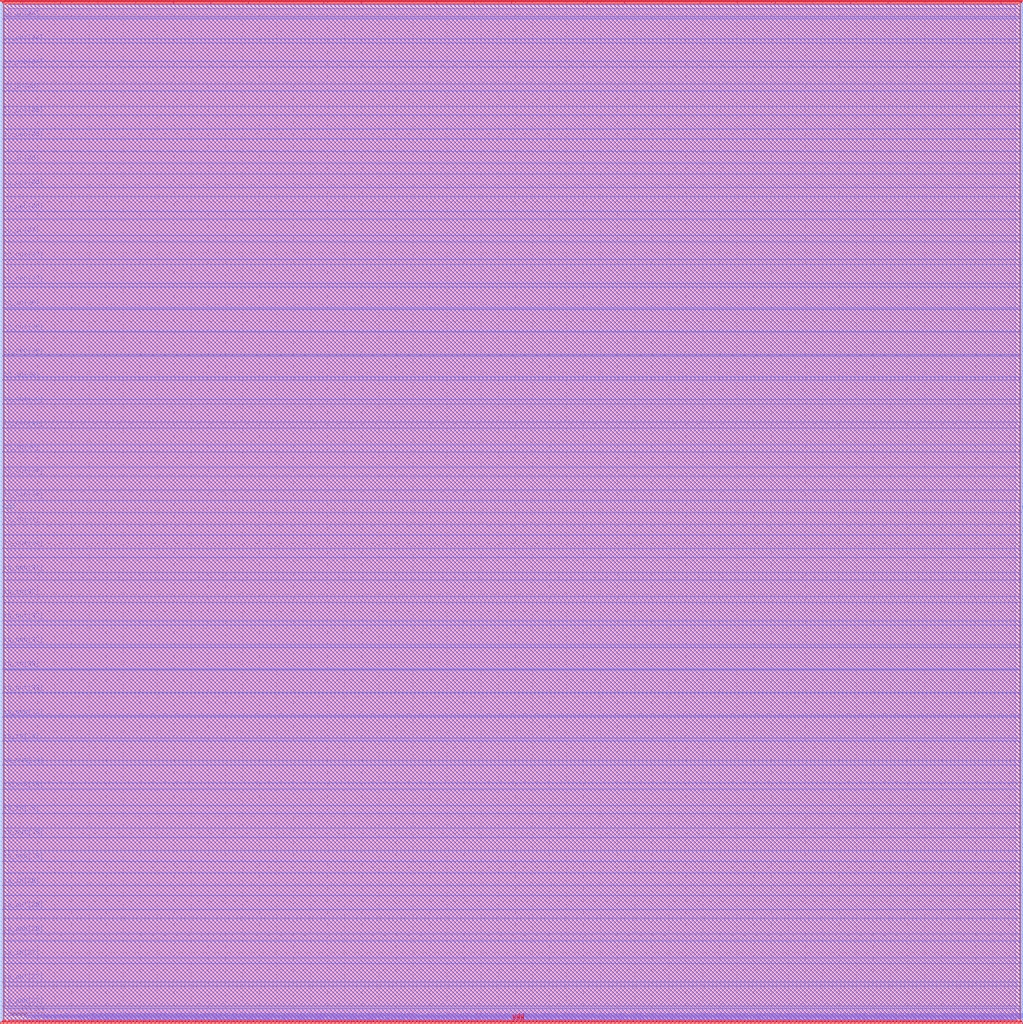
<source format=lef>
VERSION 5.7 ;
  NOWIREEXTENSIONATPIN ON ;
  DIVIDERCHAR "/" ;
  BUSBITCHARS "[]" ;
MACRO user_project_wrapper
  CLASS BLOCK ;
  FOREIGN user_project_wrapper ;
  ORIGIN 0.000 0.000 ;
  SIZE 2981.200 BY 2980.200 ;
  PIN io_in[0]
    DIRECTION INPUT ;
    USE SIGNAL ;
    PORT
      LAYER Metal3 ;
        RECT 2977.800 35.560 2985.000 36.680 ;
    END
  END io_in[0]
  PIN io_in[10]
    DIRECTION INPUT ;
    USE SIGNAL ;
    PORT
      LAYER Metal3 ;
        RECT 2977.800 2017.960 2985.000 2019.080 ;
    END
  END io_in[10]
  PIN io_in[11]
    DIRECTION INPUT ;
    USE SIGNAL ;
    PORT
      LAYER Metal3 ;
        RECT 2977.800 2216.200 2985.000 2217.320 ;
    END
  END io_in[11]
  PIN io_in[12]
    DIRECTION INPUT ;
    USE SIGNAL ;
    PORT
      LAYER Metal3 ;
        RECT 2977.800 2414.440 2985.000 2415.560 ;
    END
  END io_in[12]
  PIN io_in[13]
    DIRECTION INPUT ;
    USE SIGNAL ;
    PORT
      LAYER Metal3 ;
        RECT 2977.800 2612.680 2985.000 2613.800 ;
    END
  END io_in[13]
  PIN io_in[14]
    DIRECTION INPUT ;
    USE SIGNAL ;
    PORT
      LAYER Metal3 ;
        RECT 2977.800 2810.920 2985.000 2812.040 ;
    END
  END io_in[14]
  PIN io_in[15]
    DIRECTION INPUT ;
    USE SIGNAL ;
    PORT
      LAYER Metal2 ;
        RECT 2923.480 2977.800 2924.600 2985.000 ;
    END
  END io_in[15]
  PIN io_in[16]
    DIRECTION INPUT ;
    USE SIGNAL ;
    PORT
      LAYER Metal2 ;
        RECT 2592.520 2977.800 2593.640 2985.000 ;
    END
  END io_in[16]
  PIN io_in[17]
    DIRECTION INPUT ;
    USE SIGNAL ;
    PORT
      LAYER Metal2 ;
        RECT 2261.560 2977.800 2262.680 2985.000 ;
    END
  END io_in[17]
  PIN io_in[18]
    DIRECTION INPUT ;
    USE SIGNAL ;
    PORT
      LAYER Metal2 ;
        RECT 1930.600 2977.800 1931.720 2985.000 ;
    END
  END io_in[18]
  PIN io_in[19]
    DIRECTION INPUT ;
    USE SIGNAL ;
    PORT
      LAYER Metal2 ;
        RECT 1599.640 2977.800 1600.760 2985.000 ;
    END
  END io_in[19]
  PIN io_in[1]
    DIRECTION INPUT ;
    USE SIGNAL ;
    PORT
      LAYER Metal3 ;
        RECT 2977.800 233.800 2985.000 234.920 ;
    END
  END io_in[1]
  PIN io_in[20]
    DIRECTION INPUT ;
    USE SIGNAL ;
    PORT
      LAYER Metal2 ;
        RECT 1268.680 2977.800 1269.800 2985.000 ;
    END
  END io_in[20]
  PIN io_in[21]
    DIRECTION INPUT ;
    USE SIGNAL ;
    PORT
      LAYER Metal2 ;
        RECT 937.720 2977.800 938.840 2985.000 ;
    END
  END io_in[21]
  PIN io_in[22]
    DIRECTION INPUT ;
    USE SIGNAL ;
    PORT
      LAYER Metal2 ;
        RECT 606.760 2977.800 607.880 2985.000 ;
    END
  END io_in[22]
  PIN io_in[23]
    DIRECTION INPUT ;
    USE SIGNAL ;
    PORT
      LAYER Metal2 ;
        RECT 275.800 2977.800 276.920 2985.000 ;
    END
  END io_in[23]
  PIN io_in[24]
    DIRECTION INPUT ;
    USE SIGNAL ;
    PORT
      LAYER Metal3 ;
        RECT -4.800 2935.800 2.400 2936.920 ;
    END
  END io_in[24]
  PIN io_in[25]
    DIRECTION INPUT ;
    USE SIGNAL ;
    PORT
      LAYER Metal3 ;
        RECT -4.800 2724.120 2.400 2725.240 ;
    END
  END io_in[25]
  PIN io_in[26]
    DIRECTION INPUT ;
    USE SIGNAL ;
    PORT
      LAYER Metal3 ;
        RECT -4.800 2512.440 2.400 2513.560 ;
    END
  END io_in[26]
  PIN io_in[27]
    DIRECTION INPUT ;
    USE SIGNAL ;
    PORT
      LAYER Metal3 ;
        RECT -4.800 2300.760 2.400 2301.880 ;
    END
  END io_in[27]
  PIN io_in[28]
    DIRECTION INPUT ;
    USE SIGNAL ;
    PORT
      LAYER Metal3 ;
        RECT -4.800 2089.080 2.400 2090.200 ;
    END
  END io_in[28]
  PIN io_in[29]
    DIRECTION INPUT ;
    USE SIGNAL ;
    PORT
      LAYER Metal3 ;
        RECT -4.800 1877.400 2.400 1878.520 ;
    END
  END io_in[29]
  PIN io_in[2]
    DIRECTION INPUT ;
    USE SIGNAL ;
    PORT
      LAYER Metal3 ;
        RECT 2977.800 432.040 2985.000 433.160 ;
    END
  END io_in[2]
  PIN io_in[30]
    DIRECTION INPUT ;
    USE SIGNAL ;
    PORT
      LAYER Metal3 ;
        RECT -4.800 1665.720 2.400 1666.840 ;
    END
  END io_in[30]
  PIN io_in[31]
    DIRECTION INPUT ;
    USE SIGNAL ;
    PORT
      LAYER Metal3 ;
        RECT -4.800 1454.040 2.400 1455.160 ;
    END
  END io_in[31]
  PIN io_in[32]
    DIRECTION INPUT ;
    USE SIGNAL ;
    PORT
      LAYER Metal3 ;
        RECT -4.800 1242.360 2.400 1243.480 ;
    END
  END io_in[32]
  PIN io_in[33]
    DIRECTION INPUT ;
    USE SIGNAL ;
    PORT
      LAYER Metal3 ;
        RECT -4.800 1030.680 2.400 1031.800 ;
    END
  END io_in[33]
  PIN io_in[34]
    DIRECTION INPUT ;
    USE SIGNAL ;
    PORT
      LAYER Metal3 ;
        RECT -4.800 819.000 2.400 820.120 ;
    END
  END io_in[34]
  PIN io_in[35]
    DIRECTION INPUT ;
    USE SIGNAL ;
    PORT
      LAYER Metal3 ;
        RECT -4.800 607.320 2.400 608.440 ;
    END
  END io_in[35]
  PIN io_in[36]
    DIRECTION INPUT ;
    USE SIGNAL ;
    PORT
      LAYER Metal3 ;
        RECT -4.800 395.640 2.400 396.760 ;
    END
  END io_in[36]
  PIN io_in[37]
    DIRECTION INPUT ;
    USE SIGNAL ;
    PORT
      LAYER Metal3 ;
        RECT -4.800 183.960 2.400 185.080 ;
    END
  END io_in[37]
  PIN io_in[3]
    DIRECTION INPUT ;
    USE SIGNAL ;
    PORT
      LAYER Metal3 ;
        RECT 2977.800 630.280 2985.000 631.400 ;
    END
  END io_in[3]
  PIN io_in[4]
    DIRECTION INPUT ;
    USE SIGNAL ;
    PORT
      LAYER Metal3 ;
        RECT 2977.800 828.520 2985.000 829.640 ;
    END
  END io_in[4]
  PIN io_in[5]
    DIRECTION INPUT ;
    USE SIGNAL ;
    PORT
      LAYER Metal3 ;
        RECT 2977.800 1026.760 2985.000 1027.880 ;
    END
  END io_in[5]
  PIN io_in[6]
    DIRECTION INPUT ;
    USE SIGNAL ;
    PORT
      LAYER Metal3 ;
        RECT 2977.800 1225.000 2985.000 1226.120 ;
    END
  END io_in[6]
  PIN io_in[7]
    DIRECTION INPUT ;
    USE SIGNAL ;
    PORT
      LAYER Metal3 ;
        RECT 2977.800 1423.240 2985.000 1424.360 ;
    END
  END io_in[7]
  PIN io_in[8]
    DIRECTION INPUT ;
    USE SIGNAL ;
    PORT
      LAYER Metal3 ;
        RECT 2977.800 1621.480 2985.000 1622.600 ;
    END
  END io_in[8]
  PIN io_in[9]
    DIRECTION INPUT ;
    USE SIGNAL ;
    PORT
      LAYER Metal3 ;
        RECT 2977.800 1819.720 2985.000 1820.840 ;
    END
  END io_in[9]
  PIN io_oeb[0]
    DIRECTION OUTPUT TRISTATE ;
    USE SIGNAL ;
    PORT
      LAYER Metal3 ;
        RECT 2977.800 167.720 2985.000 168.840 ;
    END
  END io_oeb[0]
  PIN io_oeb[10]
    DIRECTION OUTPUT TRISTATE ;
    USE SIGNAL ;
    PORT
      LAYER Metal3 ;
        RECT 2977.800 2150.120 2985.000 2151.240 ;
    END
  END io_oeb[10]
  PIN io_oeb[11]
    DIRECTION OUTPUT TRISTATE ;
    USE SIGNAL ;
    PORT
      LAYER Metal3 ;
        RECT 2977.800 2348.360 2985.000 2349.480 ;
    END
  END io_oeb[11]
  PIN io_oeb[12]
    DIRECTION OUTPUT TRISTATE ;
    USE SIGNAL ;
    PORT
      LAYER Metal3 ;
        RECT 2977.800 2546.600 2985.000 2547.720 ;
    END
  END io_oeb[12]
  PIN io_oeb[13]
    DIRECTION OUTPUT TRISTATE ;
    USE SIGNAL ;
    PORT
      LAYER Metal3 ;
        RECT 2977.800 2744.840 2985.000 2745.960 ;
    END
  END io_oeb[13]
  PIN io_oeb[14]
    DIRECTION OUTPUT TRISTATE ;
    USE SIGNAL ;
    PORT
      LAYER Metal3 ;
        RECT 2977.800 2943.080 2985.000 2944.200 ;
    END
  END io_oeb[14]
  PIN io_oeb[15]
    DIRECTION OUTPUT TRISTATE ;
    USE SIGNAL ;
    PORT
      LAYER Metal2 ;
        RECT 2702.840 2977.800 2703.960 2985.000 ;
    END
  END io_oeb[15]
  PIN io_oeb[16]
    DIRECTION OUTPUT TRISTATE ;
    USE SIGNAL ;
    PORT
      LAYER Metal2 ;
        RECT 2371.880 2977.800 2373.000 2985.000 ;
    END
  END io_oeb[16]
  PIN io_oeb[17]
    DIRECTION OUTPUT TRISTATE ;
    USE SIGNAL ;
    PORT
      LAYER Metal2 ;
        RECT 2040.920 2977.800 2042.040 2985.000 ;
    END
  END io_oeb[17]
  PIN io_oeb[18]
    DIRECTION OUTPUT TRISTATE ;
    USE SIGNAL ;
    PORT
      LAYER Metal2 ;
        RECT 1709.960 2977.800 1711.080 2985.000 ;
    END
  END io_oeb[18]
  PIN io_oeb[19]
    DIRECTION OUTPUT TRISTATE ;
    USE SIGNAL ;
    PORT
      LAYER Metal2 ;
        RECT 1379.000 2977.800 1380.120 2985.000 ;
    END
  END io_oeb[19]
  PIN io_oeb[1]
    DIRECTION OUTPUT TRISTATE ;
    USE SIGNAL ;
    PORT
      LAYER Metal3 ;
        RECT 2977.800 365.960 2985.000 367.080 ;
    END
  END io_oeb[1]
  PIN io_oeb[20]
    DIRECTION OUTPUT TRISTATE ;
    USE SIGNAL ;
    PORT
      LAYER Metal2 ;
        RECT 1048.040 2977.800 1049.160 2985.000 ;
    END
  END io_oeb[20]
  PIN io_oeb[21]
    DIRECTION OUTPUT TRISTATE ;
    USE SIGNAL ;
    PORT
      LAYER Metal2 ;
        RECT 717.080 2977.800 718.200 2985.000 ;
    END
  END io_oeb[21]
  PIN io_oeb[22]
    DIRECTION OUTPUT TRISTATE ;
    USE SIGNAL ;
    PORT
      LAYER Metal2 ;
        RECT 386.120 2977.800 387.240 2985.000 ;
    END
  END io_oeb[22]
  PIN io_oeb[23]
    DIRECTION OUTPUT TRISTATE ;
    USE SIGNAL ;
    PORT
      LAYER Metal2 ;
        RECT 55.160 2977.800 56.280 2985.000 ;
    END
  END io_oeb[23]
  PIN io_oeb[24]
    DIRECTION OUTPUT TRISTATE ;
    USE SIGNAL ;
    PORT
      LAYER Metal3 ;
        RECT -4.800 2794.680 2.400 2795.800 ;
    END
  END io_oeb[24]
  PIN io_oeb[25]
    DIRECTION OUTPUT TRISTATE ;
    USE SIGNAL ;
    PORT
      LAYER Metal3 ;
        RECT -4.800 2583.000 2.400 2584.120 ;
    END
  END io_oeb[25]
  PIN io_oeb[26]
    DIRECTION OUTPUT TRISTATE ;
    USE SIGNAL ;
    PORT
      LAYER Metal3 ;
        RECT -4.800 2371.320 2.400 2372.440 ;
    END
  END io_oeb[26]
  PIN io_oeb[27]
    DIRECTION OUTPUT TRISTATE ;
    USE SIGNAL ;
    PORT
      LAYER Metal3 ;
        RECT -4.800 2159.640 2.400 2160.760 ;
    END
  END io_oeb[27]
  PIN io_oeb[28]
    DIRECTION OUTPUT TRISTATE ;
    USE SIGNAL ;
    PORT
      LAYER Metal3 ;
        RECT -4.800 1947.960 2.400 1949.080 ;
    END
  END io_oeb[28]
  PIN io_oeb[29]
    DIRECTION OUTPUT TRISTATE ;
    USE SIGNAL ;
    PORT
      LAYER Metal3 ;
        RECT -4.800 1736.280 2.400 1737.400 ;
    END
  END io_oeb[29]
  PIN io_oeb[2]
    DIRECTION OUTPUT TRISTATE ;
    USE SIGNAL ;
    PORT
      LAYER Metal3 ;
        RECT 2977.800 564.200 2985.000 565.320 ;
    END
  END io_oeb[2]
  PIN io_oeb[30]
    DIRECTION OUTPUT TRISTATE ;
    USE SIGNAL ;
    PORT
      LAYER Metal3 ;
        RECT -4.800 1524.600 2.400 1525.720 ;
    END
  END io_oeb[30]
  PIN io_oeb[31]
    DIRECTION OUTPUT TRISTATE ;
    USE SIGNAL ;
    PORT
      LAYER Metal3 ;
        RECT -4.800 1312.920 2.400 1314.040 ;
    END
  END io_oeb[31]
  PIN io_oeb[32]
    DIRECTION OUTPUT TRISTATE ;
    USE SIGNAL ;
    PORT
      LAYER Metal3 ;
        RECT -4.800 1101.240 2.400 1102.360 ;
    END
  END io_oeb[32]
  PIN io_oeb[33]
    DIRECTION OUTPUT TRISTATE ;
    USE SIGNAL ;
    PORT
      LAYER Metal3 ;
        RECT -4.800 889.560 2.400 890.680 ;
    END
  END io_oeb[33]
  PIN io_oeb[34]
    DIRECTION OUTPUT TRISTATE ;
    USE SIGNAL ;
    PORT
      LAYER Metal3 ;
        RECT -4.800 677.880 2.400 679.000 ;
    END
  END io_oeb[34]
  PIN io_oeb[35]
    DIRECTION OUTPUT TRISTATE ;
    USE SIGNAL ;
    PORT
      LAYER Metal3 ;
        RECT -4.800 466.200 2.400 467.320 ;
    END
  END io_oeb[35]
  PIN io_oeb[36]
    DIRECTION OUTPUT TRISTATE ;
    USE SIGNAL ;
    PORT
      LAYER Metal3 ;
        RECT -4.800 254.520 2.400 255.640 ;
    END
  END io_oeb[36]
  PIN io_oeb[37]
    DIRECTION OUTPUT TRISTATE ;
    USE SIGNAL ;
    PORT
      LAYER Metal3 ;
        RECT -4.800 42.840 2.400 43.960 ;
    END
  END io_oeb[37]
  PIN io_oeb[3]
    DIRECTION OUTPUT TRISTATE ;
    USE SIGNAL ;
    PORT
      LAYER Metal3 ;
        RECT 2977.800 762.440 2985.000 763.560 ;
    END
  END io_oeb[3]
  PIN io_oeb[4]
    DIRECTION OUTPUT TRISTATE ;
    USE SIGNAL ;
    PORT
      LAYER Metal3 ;
        RECT 2977.800 960.680 2985.000 961.800 ;
    END
  END io_oeb[4]
  PIN io_oeb[5]
    DIRECTION OUTPUT TRISTATE ;
    USE SIGNAL ;
    PORT
      LAYER Metal3 ;
        RECT 2977.800 1158.920 2985.000 1160.040 ;
    END
  END io_oeb[5]
  PIN io_oeb[6]
    DIRECTION OUTPUT TRISTATE ;
    USE SIGNAL ;
    PORT
      LAYER Metal3 ;
        RECT 2977.800 1357.160 2985.000 1358.280 ;
    END
  END io_oeb[6]
  PIN io_oeb[7]
    DIRECTION OUTPUT TRISTATE ;
    USE SIGNAL ;
    PORT
      LAYER Metal3 ;
        RECT 2977.800 1555.400 2985.000 1556.520 ;
    END
  END io_oeb[7]
  PIN io_oeb[8]
    DIRECTION OUTPUT TRISTATE ;
    USE SIGNAL ;
    PORT
      LAYER Metal3 ;
        RECT 2977.800 1753.640 2985.000 1754.760 ;
    END
  END io_oeb[8]
  PIN io_oeb[9]
    DIRECTION OUTPUT TRISTATE ;
    USE SIGNAL ;
    PORT
      LAYER Metal3 ;
        RECT 2977.800 1951.880 2985.000 1953.000 ;
    END
  END io_oeb[9]
  PIN io_out[0]
    DIRECTION OUTPUT TRISTATE ;
    USE SIGNAL ;
    PORT
      LAYER Metal3 ;
        RECT 2977.800 101.640 2985.000 102.760 ;
    END
  END io_out[0]
  PIN io_out[10]
    DIRECTION OUTPUT TRISTATE ;
    USE SIGNAL ;
    PORT
      LAYER Metal3 ;
        RECT 2977.800 2084.040 2985.000 2085.160 ;
    END
  END io_out[10]
  PIN io_out[11]
    DIRECTION OUTPUT TRISTATE ;
    USE SIGNAL ;
    PORT
      LAYER Metal3 ;
        RECT 2977.800 2282.280 2985.000 2283.400 ;
    END
  END io_out[11]
  PIN io_out[12]
    DIRECTION OUTPUT TRISTATE ;
    USE SIGNAL ;
    PORT
      LAYER Metal3 ;
        RECT 2977.800 2480.520 2985.000 2481.640 ;
    END
  END io_out[12]
  PIN io_out[13]
    DIRECTION OUTPUT TRISTATE ;
    USE SIGNAL ;
    PORT
      LAYER Metal3 ;
        RECT 2977.800 2678.760 2985.000 2679.880 ;
    END
  END io_out[13]
  PIN io_out[14]
    DIRECTION OUTPUT TRISTATE ;
    USE SIGNAL ;
    PORT
      LAYER Metal3 ;
        RECT 2977.800 2877.000 2985.000 2878.120 ;
    END
  END io_out[14]
  PIN io_out[15]
    DIRECTION OUTPUT TRISTATE ;
    USE SIGNAL ;
    PORT
      LAYER Metal2 ;
        RECT 2813.160 2977.800 2814.280 2985.000 ;
    END
  END io_out[15]
  PIN io_out[16]
    DIRECTION OUTPUT TRISTATE ;
    USE SIGNAL ;
    PORT
      LAYER Metal2 ;
        RECT 2482.200 2977.800 2483.320 2985.000 ;
    END
  END io_out[16]
  PIN io_out[17]
    DIRECTION OUTPUT TRISTATE ;
    USE SIGNAL ;
    PORT
      LAYER Metal2 ;
        RECT 2151.240 2977.800 2152.360 2985.000 ;
    END
  END io_out[17]
  PIN io_out[18]
    DIRECTION OUTPUT TRISTATE ;
    USE SIGNAL ;
    PORT
      LAYER Metal2 ;
        RECT 1820.280 2977.800 1821.400 2985.000 ;
    END
  END io_out[18]
  PIN io_out[19]
    DIRECTION OUTPUT TRISTATE ;
    USE SIGNAL ;
    PORT
      LAYER Metal2 ;
        RECT 1489.320 2977.800 1490.440 2985.000 ;
    END
  END io_out[19]
  PIN io_out[1]
    DIRECTION OUTPUT TRISTATE ;
    USE SIGNAL ;
    PORT
      LAYER Metal3 ;
        RECT 2977.800 299.880 2985.000 301.000 ;
    END
  END io_out[1]
  PIN io_out[20]
    DIRECTION OUTPUT TRISTATE ;
    USE SIGNAL ;
    PORT
      LAYER Metal2 ;
        RECT 1158.360 2977.800 1159.480 2985.000 ;
    END
  END io_out[20]
  PIN io_out[21]
    DIRECTION OUTPUT TRISTATE ;
    USE SIGNAL ;
    PORT
      LAYER Metal2 ;
        RECT 827.400 2977.800 828.520 2985.000 ;
    END
  END io_out[21]
  PIN io_out[22]
    DIRECTION OUTPUT TRISTATE ;
    USE SIGNAL ;
    PORT
      LAYER Metal2 ;
        RECT 496.440 2977.800 497.560 2985.000 ;
    END
  END io_out[22]
  PIN io_out[23]
    DIRECTION OUTPUT TRISTATE ;
    USE SIGNAL ;
    PORT
      LAYER Metal2 ;
        RECT 165.480 2977.800 166.600 2985.000 ;
    END
  END io_out[23]
  PIN io_out[24]
    DIRECTION OUTPUT TRISTATE ;
    USE SIGNAL ;
    PORT
      LAYER Metal3 ;
        RECT -4.800 2865.240 2.400 2866.360 ;
    END
  END io_out[24]
  PIN io_out[25]
    DIRECTION OUTPUT TRISTATE ;
    USE SIGNAL ;
    PORT
      LAYER Metal3 ;
        RECT -4.800 2653.560 2.400 2654.680 ;
    END
  END io_out[25]
  PIN io_out[26]
    DIRECTION OUTPUT TRISTATE ;
    USE SIGNAL ;
    PORT
      LAYER Metal3 ;
        RECT -4.800 2441.880 2.400 2443.000 ;
    END
  END io_out[26]
  PIN io_out[27]
    DIRECTION OUTPUT TRISTATE ;
    USE SIGNAL ;
    PORT
      LAYER Metal3 ;
        RECT -4.800 2230.200 2.400 2231.320 ;
    END
  END io_out[27]
  PIN io_out[28]
    DIRECTION OUTPUT TRISTATE ;
    USE SIGNAL ;
    PORT
      LAYER Metal3 ;
        RECT -4.800 2018.520 2.400 2019.640 ;
    END
  END io_out[28]
  PIN io_out[29]
    DIRECTION OUTPUT TRISTATE ;
    USE SIGNAL ;
    PORT
      LAYER Metal3 ;
        RECT -4.800 1806.840 2.400 1807.960 ;
    END
  END io_out[29]
  PIN io_out[2]
    DIRECTION OUTPUT TRISTATE ;
    USE SIGNAL ;
    PORT
      LAYER Metal3 ;
        RECT 2977.800 498.120 2985.000 499.240 ;
    END
  END io_out[2]
  PIN io_out[30]
    DIRECTION OUTPUT TRISTATE ;
    USE SIGNAL ;
    PORT
      LAYER Metal3 ;
        RECT -4.800 1595.160 2.400 1596.280 ;
    END
  END io_out[30]
  PIN io_out[31]
    DIRECTION OUTPUT TRISTATE ;
    USE SIGNAL ;
    PORT
      LAYER Metal3 ;
        RECT -4.800 1383.480 2.400 1384.600 ;
    END
  END io_out[31]
  PIN io_out[32]
    DIRECTION OUTPUT TRISTATE ;
    USE SIGNAL ;
    PORT
      LAYER Metal3 ;
        RECT -4.800 1171.800 2.400 1172.920 ;
    END
  END io_out[32]
  PIN io_out[33]
    DIRECTION OUTPUT TRISTATE ;
    USE SIGNAL ;
    PORT
      LAYER Metal3 ;
        RECT -4.800 960.120 2.400 961.240 ;
    END
  END io_out[33]
  PIN io_out[34]
    DIRECTION OUTPUT TRISTATE ;
    USE SIGNAL ;
    PORT
      LAYER Metal3 ;
        RECT -4.800 748.440 2.400 749.560 ;
    END
  END io_out[34]
  PIN io_out[35]
    DIRECTION OUTPUT TRISTATE ;
    USE SIGNAL ;
    PORT
      LAYER Metal3 ;
        RECT -4.800 536.760 2.400 537.880 ;
    END
  END io_out[35]
  PIN io_out[36]
    DIRECTION OUTPUT TRISTATE ;
    USE SIGNAL ;
    PORT
      LAYER Metal3 ;
        RECT -4.800 325.080 2.400 326.200 ;
    END
  END io_out[36]
  PIN io_out[37]
    DIRECTION OUTPUT TRISTATE ;
    USE SIGNAL ;
    PORT
      LAYER Metal3 ;
        RECT -4.800 113.400 2.400 114.520 ;
    END
  END io_out[37]
  PIN io_out[3]
    DIRECTION OUTPUT TRISTATE ;
    USE SIGNAL ;
    PORT
      LAYER Metal3 ;
        RECT 2977.800 696.360 2985.000 697.480 ;
    END
  END io_out[3]
  PIN io_out[4]
    DIRECTION OUTPUT TRISTATE ;
    USE SIGNAL ;
    PORT
      LAYER Metal3 ;
        RECT 2977.800 894.600 2985.000 895.720 ;
    END
  END io_out[4]
  PIN io_out[5]
    DIRECTION OUTPUT TRISTATE ;
    USE SIGNAL ;
    PORT
      LAYER Metal3 ;
        RECT 2977.800 1092.840 2985.000 1093.960 ;
    END
  END io_out[5]
  PIN io_out[6]
    DIRECTION OUTPUT TRISTATE ;
    USE SIGNAL ;
    PORT
      LAYER Metal3 ;
        RECT 2977.800 1291.080 2985.000 1292.200 ;
    END
  END io_out[6]
  PIN io_out[7]
    DIRECTION OUTPUT TRISTATE ;
    USE SIGNAL ;
    PORT
      LAYER Metal3 ;
        RECT 2977.800 1489.320 2985.000 1490.440 ;
    END
  END io_out[7]
  PIN io_out[8]
    DIRECTION OUTPUT TRISTATE ;
    USE SIGNAL ;
    PORT
      LAYER Metal3 ;
        RECT 2977.800 1687.560 2985.000 1688.680 ;
    END
  END io_out[8]
  PIN io_out[9]
    DIRECTION OUTPUT TRISTATE ;
    USE SIGNAL ;
    PORT
      LAYER Metal3 ;
        RECT 2977.800 1885.800 2985.000 1886.920 ;
    END
  END io_out[9]
  PIN la_data_in[0]
    DIRECTION INPUT ;
    USE SIGNAL ;
    PORT
      LAYER Metal2 ;
        RECT 1065.960 -4.800 1067.080 2.400 ;
    END
  END la_data_in[0]
  PIN la_data_in[10]
    DIRECTION INPUT ;
    USE SIGNAL ;
    PORT
      LAYER Metal2 ;
        RECT 1351.560 -4.800 1352.680 2.400 ;
    END
  END la_data_in[10]
  PIN la_data_in[11]
    DIRECTION INPUT ;
    USE SIGNAL ;
    PORT
      LAYER Metal2 ;
        RECT 1380.120 -4.800 1381.240 2.400 ;
    END
  END la_data_in[11]
  PIN la_data_in[12]
    DIRECTION INPUT ;
    USE SIGNAL ;
    PORT
      LAYER Metal2 ;
        RECT 1408.680 -4.800 1409.800 2.400 ;
    END
  END la_data_in[12]
  PIN la_data_in[13]
    DIRECTION INPUT ;
    USE SIGNAL ;
    PORT
      LAYER Metal2 ;
        RECT 1437.240 -4.800 1438.360 2.400 ;
    END
  END la_data_in[13]
  PIN la_data_in[14]
    DIRECTION INPUT ;
    USE SIGNAL ;
    PORT
      LAYER Metal2 ;
        RECT 1465.800 -4.800 1466.920 2.400 ;
    END
  END la_data_in[14]
  PIN la_data_in[15]
    DIRECTION INPUT ;
    USE SIGNAL ;
    PORT
      LAYER Metal2 ;
        RECT 1494.360 -4.800 1495.480 2.400 ;
    END
  END la_data_in[15]
  PIN la_data_in[16]
    DIRECTION INPUT ;
    USE SIGNAL ;
    PORT
      LAYER Metal2 ;
        RECT 1522.920 -4.800 1524.040 2.400 ;
    END
  END la_data_in[16]
  PIN la_data_in[17]
    DIRECTION INPUT ;
    USE SIGNAL ;
    PORT
      LAYER Metal2 ;
        RECT 1551.480 -4.800 1552.600 2.400 ;
    END
  END la_data_in[17]
  PIN la_data_in[18]
    DIRECTION INPUT ;
    USE SIGNAL ;
    PORT
      LAYER Metal2 ;
        RECT 1580.040 -4.800 1581.160 2.400 ;
    END
  END la_data_in[18]
  PIN la_data_in[19]
    DIRECTION INPUT ;
    USE SIGNAL ;
    PORT
      LAYER Metal2 ;
        RECT 1608.600 -4.800 1609.720 2.400 ;
    END
  END la_data_in[19]
  PIN la_data_in[1]
    DIRECTION INPUT ;
    USE SIGNAL ;
    PORT
      LAYER Metal2 ;
        RECT 1094.520 -4.800 1095.640 2.400 ;
    END
  END la_data_in[1]
  PIN la_data_in[20]
    DIRECTION INPUT ;
    USE SIGNAL ;
    PORT
      LAYER Metal2 ;
        RECT 1637.160 -4.800 1638.280 2.400 ;
    END
  END la_data_in[20]
  PIN la_data_in[21]
    DIRECTION INPUT ;
    USE SIGNAL ;
    PORT
      LAYER Metal2 ;
        RECT 1665.720 -4.800 1666.840 2.400 ;
    END
  END la_data_in[21]
  PIN la_data_in[22]
    DIRECTION INPUT ;
    USE SIGNAL ;
    PORT
      LAYER Metal2 ;
        RECT 1694.280 -4.800 1695.400 2.400 ;
    END
  END la_data_in[22]
  PIN la_data_in[23]
    DIRECTION INPUT ;
    USE SIGNAL ;
    PORT
      LAYER Metal2 ;
        RECT 1722.840 -4.800 1723.960 2.400 ;
    END
  END la_data_in[23]
  PIN la_data_in[24]
    DIRECTION INPUT ;
    USE SIGNAL ;
    PORT
      LAYER Metal2 ;
        RECT 1751.400 -4.800 1752.520 2.400 ;
    END
  END la_data_in[24]
  PIN la_data_in[25]
    DIRECTION INPUT ;
    USE SIGNAL ;
    PORT
      LAYER Metal2 ;
        RECT 1779.960 -4.800 1781.080 2.400 ;
    END
  END la_data_in[25]
  PIN la_data_in[26]
    DIRECTION INPUT ;
    USE SIGNAL ;
    PORT
      LAYER Metal2 ;
        RECT 1808.520 -4.800 1809.640 2.400 ;
    END
  END la_data_in[26]
  PIN la_data_in[27]
    DIRECTION INPUT ;
    USE SIGNAL ;
    PORT
      LAYER Metal2 ;
        RECT 1837.080 -4.800 1838.200 2.400 ;
    END
  END la_data_in[27]
  PIN la_data_in[28]
    DIRECTION INPUT ;
    USE SIGNAL ;
    PORT
      LAYER Metal2 ;
        RECT 1865.640 -4.800 1866.760 2.400 ;
    END
  END la_data_in[28]
  PIN la_data_in[29]
    DIRECTION INPUT ;
    USE SIGNAL ;
    PORT
      LAYER Metal2 ;
        RECT 1894.200 -4.800 1895.320 2.400 ;
    END
  END la_data_in[29]
  PIN la_data_in[2]
    DIRECTION INPUT ;
    USE SIGNAL ;
    PORT
      LAYER Metal2 ;
        RECT 1123.080 -4.800 1124.200 2.400 ;
    END
  END la_data_in[2]
  PIN la_data_in[30]
    DIRECTION INPUT ;
    USE SIGNAL ;
    PORT
      LAYER Metal2 ;
        RECT 1922.760 -4.800 1923.880 2.400 ;
    END
  END la_data_in[30]
  PIN la_data_in[31]
    DIRECTION INPUT ;
    USE SIGNAL ;
    PORT
      LAYER Metal2 ;
        RECT 1951.320 -4.800 1952.440 2.400 ;
    END
  END la_data_in[31]
  PIN la_data_in[32]
    DIRECTION INPUT ;
    USE SIGNAL ;
    PORT
      LAYER Metal2 ;
        RECT 1979.880 -4.800 1981.000 2.400 ;
    END
  END la_data_in[32]
  PIN la_data_in[33]
    DIRECTION INPUT ;
    USE SIGNAL ;
    PORT
      LAYER Metal2 ;
        RECT 2008.440 -4.800 2009.560 2.400 ;
    END
  END la_data_in[33]
  PIN la_data_in[34]
    DIRECTION INPUT ;
    USE SIGNAL ;
    PORT
      LAYER Metal2 ;
        RECT 2037.000 -4.800 2038.120 2.400 ;
    END
  END la_data_in[34]
  PIN la_data_in[35]
    DIRECTION INPUT ;
    USE SIGNAL ;
    PORT
      LAYER Metal2 ;
        RECT 2065.560 -4.800 2066.680 2.400 ;
    END
  END la_data_in[35]
  PIN la_data_in[36]
    DIRECTION INPUT ;
    USE SIGNAL ;
    PORT
      LAYER Metal2 ;
        RECT 2094.120 -4.800 2095.240 2.400 ;
    END
  END la_data_in[36]
  PIN la_data_in[37]
    DIRECTION INPUT ;
    USE SIGNAL ;
    PORT
      LAYER Metal2 ;
        RECT 2122.680 -4.800 2123.800 2.400 ;
    END
  END la_data_in[37]
  PIN la_data_in[38]
    DIRECTION INPUT ;
    USE SIGNAL ;
    PORT
      LAYER Metal2 ;
        RECT 2151.240 -4.800 2152.360 2.400 ;
    END
  END la_data_in[38]
  PIN la_data_in[39]
    DIRECTION INPUT ;
    USE SIGNAL ;
    PORT
      LAYER Metal2 ;
        RECT 2179.800 -4.800 2180.920 2.400 ;
    END
  END la_data_in[39]
  PIN la_data_in[3]
    DIRECTION INPUT ;
    USE SIGNAL ;
    PORT
      LAYER Metal2 ;
        RECT 1151.640 -4.800 1152.760 2.400 ;
    END
  END la_data_in[3]
  PIN la_data_in[40]
    DIRECTION INPUT ;
    USE SIGNAL ;
    PORT
      LAYER Metal2 ;
        RECT 2208.360 -4.800 2209.480 2.400 ;
    END
  END la_data_in[40]
  PIN la_data_in[41]
    DIRECTION INPUT ;
    USE SIGNAL ;
    PORT
      LAYER Metal2 ;
        RECT 2236.920 -4.800 2238.040 2.400 ;
    END
  END la_data_in[41]
  PIN la_data_in[42]
    DIRECTION INPUT ;
    USE SIGNAL ;
    PORT
      LAYER Metal2 ;
        RECT 2265.480 -4.800 2266.600 2.400 ;
    END
  END la_data_in[42]
  PIN la_data_in[43]
    DIRECTION INPUT ;
    USE SIGNAL ;
    PORT
      LAYER Metal2 ;
        RECT 2294.040 -4.800 2295.160 2.400 ;
    END
  END la_data_in[43]
  PIN la_data_in[44]
    DIRECTION INPUT ;
    USE SIGNAL ;
    PORT
      LAYER Metal2 ;
        RECT 2322.600 -4.800 2323.720 2.400 ;
    END
  END la_data_in[44]
  PIN la_data_in[45]
    DIRECTION INPUT ;
    USE SIGNAL ;
    PORT
      LAYER Metal2 ;
        RECT 2351.160 -4.800 2352.280 2.400 ;
    END
  END la_data_in[45]
  PIN la_data_in[46]
    DIRECTION INPUT ;
    USE SIGNAL ;
    PORT
      LAYER Metal2 ;
        RECT 2379.720 -4.800 2380.840 2.400 ;
    END
  END la_data_in[46]
  PIN la_data_in[47]
    DIRECTION INPUT ;
    USE SIGNAL ;
    PORT
      LAYER Metal2 ;
        RECT 2408.280 -4.800 2409.400 2.400 ;
    END
  END la_data_in[47]
  PIN la_data_in[48]
    DIRECTION INPUT ;
    USE SIGNAL ;
    PORT
      LAYER Metal2 ;
        RECT 2436.840 -4.800 2437.960 2.400 ;
    END
  END la_data_in[48]
  PIN la_data_in[49]
    DIRECTION INPUT ;
    USE SIGNAL ;
    PORT
      LAYER Metal2 ;
        RECT 2465.400 -4.800 2466.520 2.400 ;
    END
  END la_data_in[49]
  PIN la_data_in[4]
    DIRECTION INPUT ;
    USE SIGNAL ;
    PORT
      LAYER Metal2 ;
        RECT 1180.200 -4.800 1181.320 2.400 ;
    END
  END la_data_in[4]
  PIN la_data_in[50]
    DIRECTION INPUT ;
    USE SIGNAL ;
    PORT
      LAYER Metal2 ;
        RECT 2493.960 -4.800 2495.080 2.400 ;
    END
  END la_data_in[50]
  PIN la_data_in[51]
    DIRECTION INPUT ;
    USE SIGNAL ;
    PORT
      LAYER Metal2 ;
        RECT 2522.520 -4.800 2523.640 2.400 ;
    END
  END la_data_in[51]
  PIN la_data_in[52]
    DIRECTION INPUT ;
    USE SIGNAL ;
    PORT
      LAYER Metal2 ;
        RECT 2551.080 -4.800 2552.200 2.400 ;
    END
  END la_data_in[52]
  PIN la_data_in[53]
    DIRECTION INPUT ;
    USE SIGNAL ;
    PORT
      LAYER Metal2 ;
        RECT 2579.640 -4.800 2580.760 2.400 ;
    END
  END la_data_in[53]
  PIN la_data_in[54]
    DIRECTION INPUT ;
    USE SIGNAL ;
    PORT
      LAYER Metal2 ;
        RECT 2608.200 -4.800 2609.320 2.400 ;
    END
  END la_data_in[54]
  PIN la_data_in[55]
    DIRECTION INPUT ;
    USE SIGNAL ;
    PORT
      LAYER Metal2 ;
        RECT 2636.760 -4.800 2637.880 2.400 ;
    END
  END la_data_in[55]
  PIN la_data_in[56]
    DIRECTION INPUT ;
    USE SIGNAL ;
    PORT
      LAYER Metal2 ;
        RECT 2665.320 -4.800 2666.440 2.400 ;
    END
  END la_data_in[56]
  PIN la_data_in[57]
    DIRECTION INPUT ;
    USE SIGNAL ;
    PORT
      LAYER Metal2 ;
        RECT 2693.880 -4.800 2695.000 2.400 ;
    END
  END la_data_in[57]
  PIN la_data_in[58]
    DIRECTION INPUT ;
    USE SIGNAL ;
    PORT
      LAYER Metal2 ;
        RECT 2722.440 -4.800 2723.560 2.400 ;
    END
  END la_data_in[58]
  PIN la_data_in[59]
    DIRECTION INPUT ;
    USE SIGNAL ;
    PORT
      LAYER Metal2 ;
        RECT 2751.000 -4.800 2752.120 2.400 ;
    END
  END la_data_in[59]
  PIN la_data_in[5]
    DIRECTION INPUT ;
    USE SIGNAL ;
    PORT
      LAYER Metal2 ;
        RECT 1208.760 -4.800 1209.880 2.400 ;
    END
  END la_data_in[5]
  PIN la_data_in[60]
    DIRECTION INPUT ;
    USE SIGNAL ;
    PORT
      LAYER Metal2 ;
        RECT 2779.560 -4.800 2780.680 2.400 ;
    END
  END la_data_in[60]
  PIN la_data_in[61]
    DIRECTION INPUT ;
    USE SIGNAL ;
    PORT
      LAYER Metal2 ;
        RECT 2808.120 -4.800 2809.240 2.400 ;
    END
  END la_data_in[61]
  PIN la_data_in[62]
    DIRECTION INPUT ;
    USE SIGNAL ;
    PORT
      LAYER Metal2 ;
        RECT 2836.680 -4.800 2837.800 2.400 ;
    END
  END la_data_in[62]
  PIN la_data_in[63]
    DIRECTION INPUT ;
    USE SIGNAL ;
    PORT
      LAYER Metal2 ;
        RECT 2865.240 -4.800 2866.360 2.400 ;
    END
  END la_data_in[63]
  PIN la_data_in[6]
    DIRECTION INPUT ;
    USE SIGNAL ;
    PORT
      LAYER Metal2 ;
        RECT 1237.320 -4.800 1238.440 2.400 ;
    END
  END la_data_in[6]
  PIN la_data_in[7]
    DIRECTION INPUT ;
    USE SIGNAL ;
    PORT
      LAYER Metal2 ;
        RECT 1265.880 -4.800 1267.000 2.400 ;
    END
  END la_data_in[7]
  PIN la_data_in[8]
    DIRECTION INPUT ;
    USE SIGNAL ;
    PORT
      LAYER Metal2 ;
        RECT 1294.440 -4.800 1295.560 2.400 ;
    END
  END la_data_in[8]
  PIN la_data_in[9]
    DIRECTION INPUT ;
    USE SIGNAL ;
    PORT
      LAYER Metal2 ;
        RECT 1323.000 -4.800 1324.120 2.400 ;
    END
  END la_data_in[9]
  PIN la_data_out[0]
    DIRECTION OUTPUT TRISTATE ;
    USE SIGNAL ;
    PORT
      LAYER Metal2 ;
        RECT 1075.480 -4.800 1076.600 2.400 ;
    END
  END la_data_out[0]
  PIN la_data_out[10]
    DIRECTION OUTPUT TRISTATE ;
    USE SIGNAL ;
    PORT
      LAYER Metal2 ;
        RECT 1361.080 -4.800 1362.200 2.400 ;
    END
  END la_data_out[10]
  PIN la_data_out[11]
    DIRECTION OUTPUT TRISTATE ;
    USE SIGNAL ;
    PORT
      LAYER Metal2 ;
        RECT 1389.640 -4.800 1390.760 2.400 ;
    END
  END la_data_out[11]
  PIN la_data_out[12]
    DIRECTION OUTPUT TRISTATE ;
    USE SIGNAL ;
    PORT
      LAYER Metal2 ;
        RECT 1418.200 -4.800 1419.320 2.400 ;
    END
  END la_data_out[12]
  PIN la_data_out[13]
    DIRECTION OUTPUT TRISTATE ;
    USE SIGNAL ;
    PORT
      LAYER Metal2 ;
        RECT 1446.760 -4.800 1447.880 2.400 ;
    END
  END la_data_out[13]
  PIN la_data_out[14]
    DIRECTION OUTPUT TRISTATE ;
    USE SIGNAL ;
    PORT
      LAYER Metal2 ;
        RECT 1475.320 -4.800 1476.440 2.400 ;
    END
  END la_data_out[14]
  PIN la_data_out[15]
    DIRECTION OUTPUT TRISTATE ;
    USE SIGNAL ;
    PORT
      LAYER Metal2 ;
        RECT 1503.880 -4.800 1505.000 2.400 ;
    END
  END la_data_out[15]
  PIN la_data_out[16]
    DIRECTION OUTPUT TRISTATE ;
    USE SIGNAL ;
    PORT
      LAYER Metal2 ;
        RECT 1532.440 -4.800 1533.560 2.400 ;
    END
  END la_data_out[16]
  PIN la_data_out[17]
    DIRECTION OUTPUT TRISTATE ;
    USE SIGNAL ;
    PORT
      LAYER Metal2 ;
        RECT 1561.000 -4.800 1562.120 2.400 ;
    END
  END la_data_out[17]
  PIN la_data_out[18]
    DIRECTION OUTPUT TRISTATE ;
    USE SIGNAL ;
    PORT
      LAYER Metal2 ;
        RECT 1589.560 -4.800 1590.680 2.400 ;
    END
  END la_data_out[18]
  PIN la_data_out[19]
    DIRECTION OUTPUT TRISTATE ;
    USE SIGNAL ;
    PORT
      LAYER Metal2 ;
        RECT 1618.120 -4.800 1619.240 2.400 ;
    END
  END la_data_out[19]
  PIN la_data_out[1]
    DIRECTION OUTPUT TRISTATE ;
    USE SIGNAL ;
    PORT
      LAYER Metal2 ;
        RECT 1104.040 -4.800 1105.160 2.400 ;
    END
  END la_data_out[1]
  PIN la_data_out[20]
    DIRECTION OUTPUT TRISTATE ;
    USE SIGNAL ;
    PORT
      LAYER Metal2 ;
        RECT 1646.680 -4.800 1647.800 2.400 ;
    END
  END la_data_out[20]
  PIN la_data_out[21]
    DIRECTION OUTPUT TRISTATE ;
    USE SIGNAL ;
    PORT
      LAYER Metal2 ;
        RECT 1675.240 -4.800 1676.360 2.400 ;
    END
  END la_data_out[21]
  PIN la_data_out[22]
    DIRECTION OUTPUT TRISTATE ;
    USE SIGNAL ;
    PORT
      LAYER Metal2 ;
        RECT 1703.800 -4.800 1704.920 2.400 ;
    END
  END la_data_out[22]
  PIN la_data_out[23]
    DIRECTION OUTPUT TRISTATE ;
    USE SIGNAL ;
    PORT
      LAYER Metal2 ;
        RECT 1732.360 -4.800 1733.480 2.400 ;
    END
  END la_data_out[23]
  PIN la_data_out[24]
    DIRECTION OUTPUT TRISTATE ;
    USE SIGNAL ;
    PORT
      LAYER Metal2 ;
        RECT 1760.920 -4.800 1762.040 2.400 ;
    END
  END la_data_out[24]
  PIN la_data_out[25]
    DIRECTION OUTPUT TRISTATE ;
    USE SIGNAL ;
    PORT
      LAYER Metal2 ;
        RECT 1789.480 -4.800 1790.600 2.400 ;
    END
  END la_data_out[25]
  PIN la_data_out[26]
    DIRECTION OUTPUT TRISTATE ;
    USE SIGNAL ;
    PORT
      LAYER Metal2 ;
        RECT 1818.040 -4.800 1819.160 2.400 ;
    END
  END la_data_out[26]
  PIN la_data_out[27]
    DIRECTION OUTPUT TRISTATE ;
    USE SIGNAL ;
    PORT
      LAYER Metal2 ;
        RECT 1846.600 -4.800 1847.720 2.400 ;
    END
  END la_data_out[27]
  PIN la_data_out[28]
    DIRECTION OUTPUT TRISTATE ;
    USE SIGNAL ;
    PORT
      LAYER Metal2 ;
        RECT 1875.160 -4.800 1876.280 2.400 ;
    END
  END la_data_out[28]
  PIN la_data_out[29]
    DIRECTION OUTPUT TRISTATE ;
    USE SIGNAL ;
    PORT
      LAYER Metal2 ;
        RECT 1903.720 -4.800 1904.840 2.400 ;
    END
  END la_data_out[29]
  PIN la_data_out[2]
    DIRECTION OUTPUT TRISTATE ;
    USE SIGNAL ;
    PORT
      LAYER Metal2 ;
        RECT 1132.600 -4.800 1133.720 2.400 ;
    END
  END la_data_out[2]
  PIN la_data_out[30]
    DIRECTION OUTPUT TRISTATE ;
    USE SIGNAL ;
    PORT
      LAYER Metal2 ;
        RECT 1932.280 -4.800 1933.400 2.400 ;
    END
  END la_data_out[30]
  PIN la_data_out[31]
    DIRECTION OUTPUT TRISTATE ;
    USE SIGNAL ;
    PORT
      LAYER Metal2 ;
        RECT 1960.840 -4.800 1961.960 2.400 ;
    END
  END la_data_out[31]
  PIN la_data_out[32]
    DIRECTION OUTPUT TRISTATE ;
    USE SIGNAL ;
    PORT
      LAYER Metal2 ;
        RECT 1989.400 -4.800 1990.520 2.400 ;
    END
  END la_data_out[32]
  PIN la_data_out[33]
    DIRECTION OUTPUT TRISTATE ;
    USE SIGNAL ;
    PORT
      LAYER Metal2 ;
        RECT 2017.960 -4.800 2019.080 2.400 ;
    END
  END la_data_out[33]
  PIN la_data_out[34]
    DIRECTION OUTPUT TRISTATE ;
    USE SIGNAL ;
    PORT
      LAYER Metal2 ;
        RECT 2046.520 -4.800 2047.640 2.400 ;
    END
  END la_data_out[34]
  PIN la_data_out[35]
    DIRECTION OUTPUT TRISTATE ;
    USE SIGNAL ;
    PORT
      LAYER Metal2 ;
        RECT 2075.080 -4.800 2076.200 2.400 ;
    END
  END la_data_out[35]
  PIN la_data_out[36]
    DIRECTION OUTPUT TRISTATE ;
    USE SIGNAL ;
    PORT
      LAYER Metal2 ;
        RECT 2103.640 -4.800 2104.760 2.400 ;
    END
  END la_data_out[36]
  PIN la_data_out[37]
    DIRECTION OUTPUT TRISTATE ;
    USE SIGNAL ;
    PORT
      LAYER Metal2 ;
        RECT 2132.200 -4.800 2133.320 2.400 ;
    END
  END la_data_out[37]
  PIN la_data_out[38]
    DIRECTION OUTPUT TRISTATE ;
    USE SIGNAL ;
    PORT
      LAYER Metal2 ;
        RECT 2160.760 -4.800 2161.880 2.400 ;
    END
  END la_data_out[38]
  PIN la_data_out[39]
    DIRECTION OUTPUT TRISTATE ;
    USE SIGNAL ;
    PORT
      LAYER Metal2 ;
        RECT 2189.320 -4.800 2190.440 2.400 ;
    END
  END la_data_out[39]
  PIN la_data_out[3]
    DIRECTION OUTPUT TRISTATE ;
    USE SIGNAL ;
    PORT
      LAYER Metal2 ;
        RECT 1161.160 -4.800 1162.280 2.400 ;
    END
  END la_data_out[3]
  PIN la_data_out[40]
    DIRECTION OUTPUT TRISTATE ;
    USE SIGNAL ;
    PORT
      LAYER Metal2 ;
        RECT 2217.880 -4.800 2219.000 2.400 ;
    END
  END la_data_out[40]
  PIN la_data_out[41]
    DIRECTION OUTPUT TRISTATE ;
    USE SIGNAL ;
    PORT
      LAYER Metal2 ;
        RECT 2246.440 -4.800 2247.560 2.400 ;
    END
  END la_data_out[41]
  PIN la_data_out[42]
    DIRECTION OUTPUT TRISTATE ;
    USE SIGNAL ;
    PORT
      LAYER Metal2 ;
        RECT 2275.000 -4.800 2276.120 2.400 ;
    END
  END la_data_out[42]
  PIN la_data_out[43]
    DIRECTION OUTPUT TRISTATE ;
    USE SIGNAL ;
    PORT
      LAYER Metal2 ;
        RECT 2303.560 -4.800 2304.680 2.400 ;
    END
  END la_data_out[43]
  PIN la_data_out[44]
    DIRECTION OUTPUT TRISTATE ;
    USE SIGNAL ;
    PORT
      LAYER Metal2 ;
        RECT 2332.120 -4.800 2333.240 2.400 ;
    END
  END la_data_out[44]
  PIN la_data_out[45]
    DIRECTION OUTPUT TRISTATE ;
    USE SIGNAL ;
    PORT
      LAYER Metal2 ;
        RECT 2360.680 -4.800 2361.800 2.400 ;
    END
  END la_data_out[45]
  PIN la_data_out[46]
    DIRECTION OUTPUT TRISTATE ;
    USE SIGNAL ;
    PORT
      LAYER Metal2 ;
        RECT 2389.240 -4.800 2390.360 2.400 ;
    END
  END la_data_out[46]
  PIN la_data_out[47]
    DIRECTION OUTPUT TRISTATE ;
    USE SIGNAL ;
    PORT
      LAYER Metal2 ;
        RECT 2417.800 -4.800 2418.920 2.400 ;
    END
  END la_data_out[47]
  PIN la_data_out[48]
    DIRECTION OUTPUT TRISTATE ;
    USE SIGNAL ;
    PORT
      LAYER Metal2 ;
        RECT 2446.360 -4.800 2447.480 2.400 ;
    END
  END la_data_out[48]
  PIN la_data_out[49]
    DIRECTION OUTPUT TRISTATE ;
    USE SIGNAL ;
    PORT
      LAYER Metal2 ;
        RECT 2474.920 -4.800 2476.040 2.400 ;
    END
  END la_data_out[49]
  PIN la_data_out[4]
    DIRECTION OUTPUT TRISTATE ;
    USE SIGNAL ;
    PORT
      LAYER Metal2 ;
        RECT 1189.720 -4.800 1190.840 2.400 ;
    END
  END la_data_out[4]
  PIN la_data_out[50]
    DIRECTION OUTPUT TRISTATE ;
    USE SIGNAL ;
    PORT
      LAYER Metal2 ;
        RECT 2503.480 -4.800 2504.600 2.400 ;
    END
  END la_data_out[50]
  PIN la_data_out[51]
    DIRECTION OUTPUT TRISTATE ;
    USE SIGNAL ;
    PORT
      LAYER Metal2 ;
        RECT 2532.040 -4.800 2533.160 2.400 ;
    END
  END la_data_out[51]
  PIN la_data_out[52]
    DIRECTION OUTPUT TRISTATE ;
    USE SIGNAL ;
    PORT
      LAYER Metal2 ;
        RECT 2560.600 -4.800 2561.720 2.400 ;
    END
  END la_data_out[52]
  PIN la_data_out[53]
    DIRECTION OUTPUT TRISTATE ;
    USE SIGNAL ;
    PORT
      LAYER Metal2 ;
        RECT 2589.160 -4.800 2590.280 2.400 ;
    END
  END la_data_out[53]
  PIN la_data_out[54]
    DIRECTION OUTPUT TRISTATE ;
    USE SIGNAL ;
    PORT
      LAYER Metal2 ;
        RECT 2617.720 -4.800 2618.840 2.400 ;
    END
  END la_data_out[54]
  PIN la_data_out[55]
    DIRECTION OUTPUT TRISTATE ;
    USE SIGNAL ;
    PORT
      LAYER Metal2 ;
        RECT 2646.280 -4.800 2647.400 2.400 ;
    END
  END la_data_out[55]
  PIN la_data_out[56]
    DIRECTION OUTPUT TRISTATE ;
    USE SIGNAL ;
    PORT
      LAYER Metal2 ;
        RECT 2674.840 -4.800 2675.960 2.400 ;
    END
  END la_data_out[56]
  PIN la_data_out[57]
    DIRECTION OUTPUT TRISTATE ;
    USE SIGNAL ;
    PORT
      LAYER Metal2 ;
        RECT 2703.400 -4.800 2704.520 2.400 ;
    END
  END la_data_out[57]
  PIN la_data_out[58]
    DIRECTION OUTPUT TRISTATE ;
    USE SIGNAL ;
    PORT
      LAYER Metal2 ;
        RECT 2731.960 -4.800 2733.080 2.400 ;
    END
  END la_data_out[58]
  PIN la_data_out[59]
    DIRECTION OUTPUT TRISTATE ;
    USE SIGNAL ;
    PORT
      LAYER Metal2 ;
        RECT 2760.520 -4.800 2761.640 2.400 ;
    END
  END la_data_out[59]
  PIN la_data_out[5]
    DIRECTION OUTPUT TRISTATE ;
    USE SIGNAL ;
    PORT
      LAYER Metal2 ;
        RECT 1218.280 -4.800 1219.400 2.400 ;
    END
  END la_data_out[5]
  PIN la_data_out[60]
    DIRECTION OUTPUT TRISTATE ;
    USE SIGNAL ;
    PORT
      LAYER Metal2 ;
        RECT 2789.080 -4.800 2790.200 2.400 ;
    END
  END la_data_out[60]
  PIN la_data_out[61]
    DIRECTION OUTPUT TRISTATE ;
    USE SIGNAL ;
    PORT
      LAYER Metal2 ;
        RECT 2817.640 -4.800 2818.760 2.400 ;
    END
  END la_data_out[61]
  PIN la_data_out[62]
    DIRECTION OUTPUT TRISTATE ;
    USE SIGNAL ;
    PORT
      LAYER Metal2 ;
        RECT 2846.200 -4.800 2847.320 2.400 ;
    END
  END la_data_out[62]
  PIN la_data_out[63]
    DIRECTION OUTPUT TRISTATE ;
    USE SIGNAL ;
    PORT
      LAYER Metal2 ;
        RECT 2874.760 -4.800 2875.880 2.400 ;
    END
  END la_data_out[63]
  PIN la_data_out[6]
    DIRECTION OUTPUT TRISTATE ;
    USE SIGNAL ;
    PORT
      LAYER Metal2 ;
        RECT 1246.840 -4.800 1247.960 2.400 ;
    END
  END la_data_out[6]
  PIN la_data_out[7]
    DIRECTION OUTPUT TRISTATE ;
    USE SIGNAL ;
    PORT
      LAYER Metal2 ;
        RECT 1275.400 -4.800 1276.520 2.400 ;
    END
  END la_data_out[7]
  PIN la_data_out[8]
    DIRECTION OUTPUT TRISTATE ;
    USE SIGNAL ;
    PORT
      LAYER Metal2 ;
        RECT 1303.960 -4.800 1305.080 2.400 ;
    END
  END la_data_out[8]
  PIN la_data_out[9]
    DIRECTION OUTPUT TRISTATE ;
    USE SIGNAL ;
    PORT
      LAYER Metal2 ;
        RECT 1332.520 -4.800 1333.640 2.400 ;
    END
  END la_data_out[9]
  PIN la_oenb[0]
    DIRECTION INPUT ;
    USE SIGNAL ;
    PORT
      LAYER Metal2 ;
        RECT 1085.000 -4.800 1086.120 2.400 ;
    END
  END la_oenb[0]
  PIN la_oenb[10]
    DIRECTION INPUT ;
    USE SIGNAL ;
    PORT
      LAYER Metal2 ;
        RECT 1370.600 -4.800 1371.720 2.400 ;
    END
  END la_oenb[10]
  PIN la_oenb[11]
    DIRECTION INPUT ;
    USE SIGNAL ;
    PORT
      LAYER Metal2 ;
        RECT 1399.160 -4.800 1400.280 2.400 ;
    END
  END la_oenb[11]
  PIN la_oenb[12]
    DIRECTION INPUT ;
    USE SIGNAL ;
    PORT
      LAYER Metal2 ;
        RECT 1427.720 -4.800 1428.840 2.400 ;
    END
  END la_oenb[12]
  PIN la_oenb[13]
    DIRECTION INPUT ;
    USE SIGNAL ;
    PORT
      LAYER Metal2 ;
        RECT 1456.280 -4.800 1457.400 2.400 ;
    END
  END la_oenb[13]
  PIN la_oenb[14]
    DIRECTION INPUT ;
    USE SIGNAL ;
    PORT
      LAYER Metal2 ;
        RECT 1484.840 -4.800 1485.960 2.400 ;
    END
  END la_oenb[14]
  PIN la_oenb[15]
    DIRECTION INPUT ;
    USE SIGNAL ;
    PORT
      LAYER Metal2 ;
        RECT 1513.400 -4.800 1514.520 2.400 ;
    END
  END la_oenb[15]
  PIN la_oenb[16]
    DIRECTION INPUT ;
    USE SIGNAL ;
    PORT
      LAYER Metal2 ;
        RECT 1541.960 -4.800 1543.080 2.400 ;
    END
  END la_oenb[16]
  PIN la_oenb[17]
    DIRECTION INPUT ;
    USE SIGNAL ;
    PORT
      LAYER Metal2 ;
        RECT 1570.520 -4.800 1571.640 2.400 ;
    END
  END la_oenb[17]
  PIN la_oenb[18]
    DIRECTION INPUT ;
    USE SIGNAL ;
    PORT
      LAYER Metal2 ;
        RECT 1599.080 -4.800 1600.200 2.400 ;
    END
  END la_oenb[18]
  PIN la_oenb[19]
    DIRECTION INPUT ;
    USE SIGNAL ;
    PORT
      LAYER Metal2 ;
        RECT 1627.640 -4.800 1628.760 2.400 ;
    END
  END la_oenb[19]
  PIN la_oenb[1]
    DIRECTION INPUT ;
    USE SIGNAL ;
    PORT
      LAYER Metal2 ;
        RECT 1113.560 -4.800 1114.680 2.400 ;
    END
  END la_oenb[1]
  PIN la_oenb[20]
    DIRECTION INPUT ;
    USE SIGNAL ;
    PORT
      LAYER Metal2 ;
        RECT 1656.200 -4.800 1657.320 2.400 ;
    END
  END la_oenb[20]
  PIN la_oenb[21]
    DIRECTION INPUT ;
    USE SIGNAL ;
    PORT
      LAYER Metal2 ;
        RECT 1684.760 -4.800 1685.880 2.400 ;
    END
  END la_oenb[21]
  PIN la_oenb[22]
    DIRECTION INPUT ;
    USE SIGNAL ;
    PORT
      LAYER Metal2 ;
        RECT 1713.320 -4.800 1714.440 2.400 ;
    END
  END la_oenb[22]
  PIN la_oenb[23]
    DIRECTION INPUT ;
    USE SIGNAL ;
    PORT
      LAYER Metal2 ;
        RECT 1741.880 -4.800 1743.000 2.400 ;
    END
  END la_oenb[23]
  PIN la_oenb[24]
    DIRECTION INPUT ;
    USE SIGNAL ;
    PORT
      LAYER Metal2 ;
        RECT 1770.440 -4.800 1771.560 2.400 ;
    END
  END la_oenb[24]
  PIN la_oenb[25]
    DIRECTION INPUT ;
    USE SIGNAL ;
    PORT
      LAYER Metal2 ;
        RECT 1799.000 -4.800 1800.120 2.400 ;
    END
  END la_oenb[25]
  PIN la_oenb[26]
    DIRECTION INPUT ;
    USE SIGNAL ;
    PORT
      LAYER Metal2 ;
        RECT 1827.560 -4.800 1828.680 2.400 ;
    END
  END la_oenb[26]
  PIN la_oenb[27]
    DIRECTION INPUT ;
    USE SIGNAL ;
    PORT
      LAYER Metal2 ;
        RECT 1856.120 -4.800 1857.240 2.400 ;
    END
  END la_oenb[27]
  PIN la_oenb[28]
    DIRECTION INPUT ;
    USE SIGNAL ;
    PORT
      LAYER Metal2 ;
        RECT 1884.680 -4.800 1885.800 2.400 ;
    END
  END la_oenb[28]
  PIN la_oenb[29]
    DIRECTION INPUT ;
    USE SIGNAL ;
    PORT
      LAYER Metal2 ;
        RECT 1913.240 -4.800 1914.360 2.400 ;
    END
  END la_oenb[29]
  PIN la_oenb[2]
    DIRECTION INPUT ;
    USE SIGNAL ;
    PORT
      LAYER Metal2 ;
        RECT 1142.120 -4.800 1143.240 2.400 ;
    END
  END la_oenb[2]
  PIN la_oenb[30]
    DIRECTION INPUT ;
    USE SIGNAL ;
    PORT
      LAYER Metal2 ;
        RECT 1941.800 -4.800 1942.920 2.400 ;
    END
  END la_oenb[30]
  PIN la_oenb[31]
    DIRECTION INPUT ;
    USE SIGNAL ;
    PORT
      LAYER Metal2 ;
        RECT 1970.360 -4.800 1971.480 2.400 ;
    END
  END la_oenb[31]
  PIN la_oenb[32]
    DIRECTION INPUT ;
    USE SIGNAL ;
    PORT
      LAYER Metal2 ;
        RECT 1998.920 -4.800 2000.040 2.400 ;
    END
  END la_oenb[32]
  PIN la_oenb[33]
    DIRECTION INPUT ;
    USE SIGNAL ;
    PORT
      LAYER Metal2 ;
        RECT 2027.480 -4.800 2028.600 2.400 ;
    END
  END la_oenb[33]
  PIN la_oenb[34]
    DIRECTION INPUT ;
    USE SIGNAL ;
    PORT
      LAYER Metal2 ;
        RECT 2056.040 -4.800 2057.160 2.400 ;
    END
  END la_oenb[34]
  PIN la_oenb[35]
    DIRECTION INPUT ;
    USE SIGNAL ;
    PORT
      LAYER Metal2 ;
        RECT 2084.600 -4.800 2085.720 2.400 ;
    END
  END la_oenb[35]
  PIN la_oenb[36]
    DIRECTION INPUT ;
    USE SIGNAL ;
    PORT
      LAYER Metal2 ;
        RECT 2113.160 -4.800 2114.280 2.400 ;
    END
  END la_oenb[36]
  PIN la_oenb[37]
    DIRECTION INPUT ;
    USE SIGNAL ;
    PORT
      LAYER Metal2 ;
        RECT 2141.720 -4.800 2142.840 2.400 ;
    END
  END la_oenb[37]
  PIN la_oenb[38]
    DIRECTION INPUT ;
    USE SIGNAL ;
    PORT
      LAYER Metal2 ;
        RECT 2170.280 -4.800 2171.400 2.400 ;
    END
  END la_oenb[38]
  PIN la_oenb[39]
    DIRECTION INPUT ;
    USE SIGNAL ;
    PORT
      LAYER Metal2 ;
        RECT 2198.840 -4.800 2199.960 2.400 ;
    END
  END la_oenb[39]
  PIN la_oenb[3]
    DIRECTION INPUT ;
    USE SIGNAL ;
    PORT
      LAYER Metal2 ;
        RECT 1170.680 -4.800 1171.800 2.400 ;
    END
  END la_oenb[3]
  PIN la_oenb[40]
    DIRECTION INPUT ;
    USE SIGNAL ;
    PORT
      LAYER Metal2 ;
        RECT 2227.400 -4.800 2228.520 2.400 ;
    END
  END la_oenb[40]
  PIN la_oenb[41]
    DIRECTION INPUT ;
    USE SIGNAL ;
    PORT
      LAYER Metal2 ;
        RECT 2255.960 -4.800 2257.080 2.400 ;
    END
  END la_oenb[41]
  PIN la_oenb[42]
    DIRECTION INPUT ;
    USE SIGNAL ;
    PORT
      LAYER Metal2 ;
        RECT 2284.520 -4.800 2285.640 2.400 ;
    END
  END la_oenb[42]
  PIN la_oenb[43]
    DIRECTION INPUT ;
    USE SIGNAL ;
    PORT
      LAYER Metal2 ;
        RECT 2313.080 -4.800 2314.200 2.400 ;
    END
  END la_oenb[43]
  PIN la_oenb[44]
    DIRECTION INPUT ;
    USE SIGNAL ;
    PORT
      LAYER Metal2 ;
        RECT 2341.640 -4.800 2342.760 2.400 ;
    END
  END la_oenb[44]
  PIN la_oenb[45]
    DIRECTION INPUT ;
    USE SIGNAL ;
    PORT
      LAYER Metal2 ;
        RECT 2370.200 -4.800 2371.320 2.400 ;
    END
  END la_oenb[45]
  PIN la_oenb[46]
    DIRECTION INPUT ;
    USE SIGNAL ;
    PORT
      LAYER Metal2 ;
        RECT 2398.760 -4.800 2399.880 2.400 ;
    END
  END la_oenb[46]
  PIN la_oenb[47]
    DIRECTION INPUT ;
    USE SIGNAL ;
    PORT
      LAYER Metal2 ;
        RECT 2427.320 -4.800 2428.440 2.400 ;
    END
  END la_oenb[47]
  PIN la_oenb[48]
    DIRECTION INPUT ;
    USE SIGNAL ;
    PORT
      LAYER Metal2 ;
        RECT 2455.880 -4.800 2457.000 2.400 ;
    END
  END la_oenb[48]
  PIN la_oenb[49]
    DIRECTION INPUT ;
    USE SIGNAL ;
    PORT
      LAYER Metal2 ;
        RECT 2484.440 -4.800 2485.560 2.400 ;
    END
  END la_oenb[49]
  PIN la_oenb[4]
    DIRECTION INPUT ;
    USE SIGNAL ;
    PORT
      LAYER Metal2 ;
        RECT 1199.240 -4.800 1200.360 2.400 ;
    END
  END la_oenb[4]
  PIN la_oenb[50]
    DIRECTION INPUT ;
    USE SIGNAL ;
    PORT
      LAYER Metal2 ;
        RECT 2513.000 -4.800 2514.120 2.400 ;
    END
  END la_oenb[50]
  PIN la_oenb[51]
    DIRECTION INPUT ;
    USE SIGNAL ;
    PORT
      LAYER Metal2 ;
        RECT 2541.560 -4.800 2542.680 2.400 ;
    END
  END la_oenb[51]
  PIN la_oenb[52]
    DIRECTION INPUT ;
    USE SIGNAL ;
    PORT
      LAYER Metal2 ;
        RECT 2570.120 -4.800 2571.240 2.400 ;
    END
  END la_oenb[52]
  PIN la_oenb[53]
    DIRECTION INPUT ;
    USE SIGNAL ;
    PORT
      LAYER Metal2 ;
        RECT 2598.680 -4.800 2599.800 2.400 ;
    END
  END la_oenb[53]
  PIN la_oenb[54]
    DIRECTION INPUT ;
    USE SIGNAL ;
    PORT
      LAYER Metal2 ;
        RECT 2627.240 -4.800 2628.360 2.400 ;
    END
  END la_oenb[54]
  PIN la_oenb[55]
    DIRECTION INPUT ;
    USE SIGNAL ;
    PORT
      LAYER Metal2 ;
        RECT 2655.800 -4.800 2656.920 2.400 ;
    END
  END la_oenb[55]
  PIN la_oenb[56]
    DIRECTION INPUT ;
    USE SIGNAL ;
    PORT
      LAYER Metal2 ;
        RECT 2684.360 -4.800 2685.480 2.400 ;
    END
  END la_oenb[56]
  PIN la_oenb[57]
    DIRECTION INPUT ;
    USE SIGNAL ;
    PORT
      LAYER Metal2 ;
        RECT 2712.920 -4.800 2714.040 2.400 ;
    END
  END la_oenb[57]
  PIN la_oenb[58]
    DIRECTION INPUT ;
    USE SIGNAL ;
    PORT
      LAYER Metal2 ;
        RECT 2741.480 -4.800 2742.600 2.400 ;
    END
  END la_oenb[58]
  PIN la_oenb[59]
    DIRECTION INPUT ;
    USE SIGNAL ;
    PORT
      LAYER Metal2 ;
        RECT 2770.040 -4.800 2771.160 2.400 ;
    END
  END la_oenb[59]
  PIN la_oenb[5]
    DIRECTION INPUT ;
    USE SIGNAL ;
    PORT
      LAYER Metal2 ;
        RECT 1227.800 -4.800 1228.920 2.400 ;
    END
  END la_oenb[5]
  PIN la_oenb[60]
    DIRECTION INPUT ;
    USE SIGNAL ;
    PORT
      LAYER Metal2 ;
        RECT 2798.600 -4.800 2799.720 2.400 ;
    END
  END la_oenb[60]
  PIN la_oenb[61]
    DIRECTION INPUT ;
    USE SIGNAL ;
    PORT
      LAYER Metal2 ;
        RECT 2827.160 -4.800 2828.280 2.400 ;
    END
  END la_oenb[61]
  PIN la_oenb[62]
    DIRECTION INPUT ;
    USE SIGNAL ;
    PORT
      LAYER Metal2 ;
        RECT 2855.720 -4.800 2856.840 2.400 ;
    END
  END la_oenb[62]
  PIN la_oenb[63]
    DIRECTION INPUT ;
    USE SIGNAL ;
    PORT
      LAYER Metal2 ;
        RECT 2884.280 -4.800 2885.400 2.400 ;
    END
  END la_oenb[63]
  PIN la_oenb[6]
    DIRECTION INPUT ;
    USE SIGNAL ;
    PORT
      LAYER Metal2 ;
        RECT 1256.360 -4.800 1257.480 2.400 ;
    END
  END la_oenb[6]
  PIN la_oenb[7]
    DIRECTION INPUT ;
    USE SIGNAL ;
    PORT
      LAYER Metal2 ;
        RECT 1284.920 -4.800 1286.040 2.400 ;
    END
  END la_oenb[7]
  PIN la_oenb[8]
    DIRECTION INPUT ;
    USE SIGNAL ;
    PORT
      LAYER Metal2 ;
        RECT 1313.480 -4.800 1314.600 2.400 ;
    END
  END la_oenb[8]
  PIN la_oenb[9]
    DIRECTION INPUT ;
    USE SIGNAL ;
    PORT
      LAYER Metal2 ;
        RECT 1342.040 -4.800 1343.160 2.400 ;
    END
  END la_oenb[9]
  PIN user_clock2
    DIRECTION INPUT ;
    USE SIGNAL ;
    PORT
      LAYER Metal2 ;
        RECT 2893.800 -4.800 2894.920 2.400 ;
    END
  END user_clock2
  PIN user_irq[0]
    DIRECTION OUTPUT TRISTATE ;
    USE SIGNAL ;
    PORT
      LAYER Metal2 ;
        RECT 2903.320 -4.800 2904.440 2.400 ;
    END
  END user_irq[0]
  PIN user_irq[1]
    DIRECTION OUTPUT TRISTATE ;
    USE SIGNAL ;
    PORT
      LAYER Metal2 ;
        RECT 2912.840 -4.800 2913.960 2.400 ;
    END
  END user_irq[1]
  PIN user_irq[2]
    DIRECTION OUTPUT TRISTATE ;
    USE SIGNAL ;
    PORT
      LAYER Metal2 ;
        RECT 2922.360 -4.800 2923.480 2.400 ;
    END
  END user_irq[2]
  PIN vdd
    DIRECTION INOUT ;
    USE POWER ;
    PORT
      LAYER Metal4 ;
        RECT -4.780 -3.420 -1.680 2986.540 ;
    END
    PORT
      LAYER Metal5 ;
        RECT -4.780 -3.420 2985.100 -0.320 ;
    END
    PORT
      LAYER Metal5 ;
        RECT -4.780 2983.440 2985.100 2986.540 ;
    END
    PORT
      LAYER Metal4 ;
        RECT 2982.000 -3.420 2985.100 2986.540 ;
    END
  END vdd
  PIN vss
    DIRECTION INOUT ;
    USE GROUND ;
    PORT
      LAYER Metal4 ;
        RECT -9.580 -8.220 -6.480 2991.340 ;
    END
    PORT
      LAYER Metal5 ;
        RECT -9.580 -8.220 2989.900 -5.120 ;
    END
    PORT
      LAYER Metal5 ;
        RECT -9.580 2988.240 2989.900 2991.340 ;
    END
    PORT
      LAYER Metal4 ;
        RECT 2986.800 -8.220 2989.900 2991.340 ;
    END
  END vss
  PIN wb_clk_i
    DIRECTION INPUT ;
    USE SIGNAL ;
    PORT
      LAYER Metal2 ;
        RECT 56.840 -4.800 57.960 2.400 ;
    END
  END wb_clk_i
  PIN wb_rst_i
    DIRECTION INPUT ;
    USE SIGNAL ;
    PORT
      LAYER Metal2 ;
        RECT 66.360 -4.800 67.480 2.400 ;
    END
  END wb_rst_i
  PIN wbs_ack_o
    DIRECTION OUTPUT TRISTATE ;
    USE SIGNAL ;
    PORT
      LAYER Metal2 ;
        RECT 75.880 -4.800 77.000 2.400 ;
    END
  END wbs_ack_o
  PIN wbs_adr_i[0]
    DIRECTION INPUT ;
    USE SIGNAL ;
    PORT
      LAYER Metal2 ;
        RECT 113.960 -4.800 115.080 2.400 ;
    END
  END wbs_adr_i[0]
  PIN wbs_adr_i[10]
    DIRECTION INPUT ;
    USE SIGNAL ;
    PORT
      LAYER Metal2 ;
        RECT 437.640 -4.800 438.760 2.400 ;
    END
  END wbs_adr_i[10]
  PIN wbs_adr_i[11]
    DIRECTION INPUT ;
    USE SIGNAL ;
    PORT
      LAYER Metal2 ;
        RECT 466.200 -4.800 467.320 2.400 ;
    END
  END wbs_adr_i[11]
  PIN wbs_adr_i[12]
    DIRECTION INPUT ;
    USE SIGNAL ;
    PORT
      LAYER Metal2 ;
        RECT 494.760 -4.800 495.880 2.400 ;
    END
  END wbs_adr_i[12]
  PIN wbs_adr_i[13]
    DIRECTION INPUT ;
    USE SIGNAL ;
    PORT
      LAYER Metal2 ;
        RECT 523.320 -4.800 524.440 2.400 ;
    END
  END wbs_adr_i[13]
  PIN wbs_adr_i[14]
    DIRECTION INPUT ;
    USE SIGNAL ;
    PORT
      LAYER Metal2 ;
        RECT 551.880 -4.800 553.000 2.400 ;
    END
  END wbs_adr_i[14]
  PIN wbs_adr_i[15]
    DIRECTION INPUT ;
    USE SIGNAL ;
    PORT
      LAYER Metal2 ;
        RECT 580.440 -4.800 581.560 2.400 ;
    END
  END wbs_adr_i[15]
  PIN wbs_adr_i[16]
    DIRECTION INPUT ;
    USE SIGNAL ;
    PORT
      LAYER Metal2 ;
        RECT 609.000 -4.800 610.120 2.400 ;
    END
  END wbs_adr_i[16]
  PIN wbs_adr_i[17]
    DIRECTION INPUT ;
    USE SIGNAL ;
    PORT
      LAYER Metal2 ;
        RECT 637.560 -4.800 638.680 2.400 ;
    END
  END wbs_adr_i[17]
  PIN wbs_adr_i[18]
    DIRECTION INPUT ;
    USE SIGNAL ;
    PORT
      LAYER Metal2 ;
        RECT 666.120 -4.800 667.240 2.400 ;
    END
  END wbs_adr_i[18]
  PIN wbs_adr_i[19]
    DIRECTION INPUT ;
    USE SIGNAL ;
    PORT
      LAYER Metal2 ;
        RECT 694.680 -4.800 695.800 2.400 ;
    END
  END wbs_adr_i[19]
  PIN wbs_adr_i[1]
    DIRECTION INPUT ;
    USE SIGNAL ;
    PORT
      LAYER Metal2 ;
        RECT 152.040 -4.800 153.160 2.400 ;
    END
  END wbs_adr_i[1]
  PIN wbs_adr_i[20]
    DIRECTION INPUT ;
    USE SIGNAL ;
    PORT
      LAYER Metal2 ;
        RECT 723.240 -4.800 724.360 2.400 ;
    END
  END wbs_adr_i[20]
  PIN wbs_adr_i[21]
    DIRECTION INPUT ;
    USE SIGNAL ;
    PORT
      LAYER Metal2 ;
        RECT 751.800 -4.800 752.920 2.400 ;
    END
  END wbs_adr_i[21]
  PIN wbs_adr_i[22]
    DIRECTION INPUT ;
    USE SIGNAL ;
    PORT
      LAYER Metal2 ;
        RECT 780.360 -4.800 781.480 2.400 ;
    END
  END wbs_adr_i[22]
  PIN wbs_adr_i[23]
    DIRECTION INPUT ;
    USE SIGNAL ;
    PORT
      LAYER Metal2 ;
        RECT 808.920 -4.800 810.040 2.400 ;
    END
  END wbs_adr_i[23]
  PIN wbs_adr_i[24]
    DIRECTION INPUT ;
    USE SIGNAL ;
    PORT
      LAYER Metal2 ;
        RECT 837.480 -4.800 838.600 2.400 ;
    END
  END wbs_adr_i[24]
  PIN wbs_adr_i[25]
    DIRECTION INPUT ;
    USE SIGNAL ;
    PORT
      LAYER Metal2 ;
        RECT 866.040 -4.800 867.160 2.400 ;
    END
  END wbs_adr_i[25]
  PIN wbs_adr_i[26]
    DIRECTION INPUT ;
    USE SIGNAL ;
    PORT
      LAYER Metal2 ;
        RECT 894.600 -4.800 895.720 2.400 ;
    END
  END wbs_adr_i[26]
  PIN wbs_adr_i[27]
    DIRECTION INPUT ;
    USE SIGNAL ;
    PORT
      LAYER Metal2 ;
        RECT 923.160 -4.800 924.280 2.400 ;
    END
  END wbs_adr_i[27]
  PIN wbs_adr_i[28]
    DIRECTION INPUT ;
    USE SIGNAL ;
    PORT
      LAYER Metal2 ;
        RECT 951.720 -4.800 952.840 2.400 ;
    END
  END wbs_adr_i[28]
  PIN wbs_adr_i[29]
    DIRECTION INPUT ;
    USE SIGNAL ;
    PORT
      LAYER Metal2 ;
        RECT 980.280 -4.800 981.400 2.400 ;
    END
  END wbs_adr_i[29]
  PIN wbs_adr_i[2]
    DIRECTION INPUT ;
    USE SIGNAL ;
    PORT
      LAYER Metal2 ;
        RECT 190.120 -4.800 191.240 2.400 ;
    END
  END wbs_adr_i[2]
  PIN wbs_adr_i[30]
    DIRECTION INPUT ;
    USE SIGNAL ;
    PORT
      LAYER Metal2 ;
        RECT 1008.840 -4.800 1009.960 2.400 ;
    END
  END wbs_adr_i[30]
  PIN wbs_adr_i[31]
    DIRECTION INPUT ;
    USE SIGNAL ;
    PORT
      LAYER Metal2 ;
        RECT 1037.400 -4.800 1038.520 2.400 ;
    END
  END wbs_adr_i[31]
  PIN wbs_adr_i[3]
    DIRECTION INPUT ;
    USE SIGNAL ;
    PORT
      LAYER Metal2 ;
        RECT 228.200 -4.800 229.320 2.400 ;
    END
  END wbs_adr_i[3]
  PIN wbs_adr_i[4]
    DIRECTION INPUT ;
    USE SIGNAL ;
    PORT
      LAYER Metal2 ;
        RECT 266.280 -4.800 267.400 2.400 ;
    END
  END wbs_adr_i[4]
  PIN wbs_adr_i[5]
    DIRECTION INPUT ;
    USE SIGNAL ;
    PORT
      LAYER Metal2 ;
        RECT 294.840 -4.800 295.960 2.400 ;
    END
  END wbs_adr_i[5]
  PIN wbs_adr_i[6]
    DIRECTION INPUT ;
    USE SIGNAL ;
    PORT
      LAYER Metal2 ;
        RECT 323.400 -4.800 324.520 2.400 ;
    END
  END wbs_adr_i[6]
  PIN wbs_adr_i[7]
    DIRECTION INPUT ;
    USE SIGNAL ;
    PORT
      LAYER Metal2 ;
        RECT 351.960 -4.800 353.080 2.400 ;
    END
  END wbs_adr_i[7]
  PIN wbs_adr_i[8]
    DIRECTION INPUT ;
    USE SIGNAL ;
    PORT
      LAYER Metal2 ;
        RECT 380.520 -4.800 381.640 2.400 ;
    END
  END wbs_adr_i[8]
  PIN wbs_adr_i[9]
    DIRECTION INPUT ;
    USE SIGNAL ;
    PORT
      LAYER Metal2 ;
        RECT 409.080 -4.800 410.200 2.400 ;
    END
  END wbs_adr_i[9]
  PIN wbs_cyc_i
    DIRECTION INPUT ;
    USE SIGNAL ;
    PORT
      LAYER Metal2 ;
        RECT 85.400 -4.800 86.520 2.400 ;
    END
  END wbs_cyc_i
  PIN wbs_dat_i[0]
    DIRECTION INPUT ;
    USE SIGNAL ;
    PORT
      LAYER Metal2 ;
        RECT 123.480 -4.800 124.600 2.400 ;
    END
  END wbs_dat_i[0]
  PIN wbs_dat_i[10]
    DIRECTION INPUT ;
    USE SIGNAL ;
    PORT
      LAYER Metal2 ;
        RECT 447.160 -4.800 448.280 2.400 ;
    END
  END wbs_dat_i[10]
  PIN wbs_dat_i[11]
    DIRECTION INPUT ;
    USE SIGNAL ;
    PORT
      LAYER Metal2 ;
        RECT 475.720 -4.800 476.840 2.400 ;
    END
  END wbs_dat_i[11]
  PIN wbs_dat_i[12]
    DIRECTION INPUT ;
    USE SIGNAL ;
    PORT
      LAYER Metal2 ;
        RECT 504.280 -4.800 505.400 2.400 ;
    END
  END wbs_dat_i[12]
  PIN wbs_dat_i[13]
    DIRECTION INPUT ;
    USE SIGNAL ;
    PORT
      LAYER Metal2 ;
        RECT 532.840 -4.800 533.960 2.400 ;
    END
  END wbs_dat_i[13]
  PIN wbs_dat_i[14]
    DIRECTION INPUT ;
    USE SIGNAL ;
    PORT
      LAYER Metal2 ;
        RECT 561.400 -4.800 562.520 2.400 ;
    END
  END wbs_dat_i[14]
  PIN wbs_dat_i[15]
    DIRECTION INPUT ;
    USE SIGNAL ;
    PORT
      LAYER Metal2 ;
        RECT 589.960 -4.800 591.080 2.400 ;
    END
  END wbs_dat_i[15]
  PIN wbs_dat_i[16]
    DIRECTION INPUT ;
    USE SIGNAL ;
    PORT
      LAYER Metal2 ;
        RECT 618.520 -4.800 619.640 2.400 ;
    END
  END wbs_dat_i[16]
  PIN wbs_dat_i[17]
    DIRECTION INPUT ;
    USE SIGNAL ;
    PORT
      LAYER Metal2 ;
        RECT 647.080 -4.800 648.200 2.400 ;
    END
  END wbs_dat_i[17]
  PIN wbs_dat_i[18]
    DIRECTION INPUT ;
    USE SIGNAL ;
    PORT
      LAYER Metal2 ;
        RECT 675.640 -4.800 676.760 2.400 ;
    END
  END wbs_dat_i[18]
  PIN wbs_dat_i[19]
    DIRECTION INPUT ;
    USE SIGNAL ;
    PORT
      LAYER Metal2 ;
        RECT 704.200 -4.800 705.320 2.400 ;
    END
  END wbs_dat_i[19]
  PIN wbs_dat_i[1]
    DIRECTION INPUT ;
    USE SIGNAL ;
    PORT
      LAYER Metal2 ;
        RECT 161.560 -4.800 162.680 2.400 ;
    END
  END wbs_dat_i[1]
  PIN wbs_dat_i[20]
    DIRECTION INPUT ;
    USE SIGNAL ;
    PORT
      LAYER Metal2 ;
        RECT 732.760 -4.800 733.880 2.400 ;
    END
  END wbs_dat_i[20]
  PIN wbs_dat_i[21]
    DIRECTION INPUT ;
    USE SIGNAL ;
    PORT
      LAYER Metal2 ;
        RECT 761.320 -4.800 762.440 2.400 ;
    END
  END wbs_dat_i[21]
  PIN wbs_dat_i[22]
    DIRECTION INPUT ;
    USE SIGNAL ;
    PORT
      LAYER Metal2 ;
        RECT 789.880 -4.800 791.000 2.400 ;
    END
  END wbs_dat_i[22]
  PIN wbs_dat_i[23]
    DIRECTION INPUT ;
    USE SIGNAL ;
    PORT
      LAYER Metal2 ;
        RECT 818.440 -4.800 819.560 2.400 ;
    END
  END wbs_dat_i[23]
  PIN wbs_dat_i[24]
    DIRECTION INPUT ;
    USE SIGNAL ;
    PORT
      LAYER Metal2 ;
        RECT 847.000 -4.800 848.120 2.400 ;
    END
  END wbs_dat_i[24]
  PIN wbs_dat_i[25]
    DIRECTION INPUT ;
    USE SIGNAL ;
    PORT
      LAYER Metal2 ;
        RECT 875.560 -4.800 876.680 2.400 ;
    END
  END wbs_dat_i[25]
  PIN wbs_dat_i[26]
    DIRECTION INPUT ;
    USE SIGNAL ;
    PORT
      LAYER Metal2 ;
        RECT 904.120 -4.800 905.240 2.400 ;
    END
  END wbs_dat_i[26]
  PIN wbs_dat_i[27]
    DIRECTION INPUT ;
    USE SIGNAL ;
    PORT
      LAYER Metal2 ;
        RECT 932.680 -4.800 933.800 2.400 ;
    END
  END wbs_dat_i[27]
  PIN wbs_dat_i[28]
    DIRECTION INPUT ;
    USE SIGNAL ;
    PORT
      LAYER Metal2 ;
        RECT 961.240 -4.800 962.360 2.400 ;
    END
  END wbs_dat_i[28]
  PIN wbs_dat_i[29]
    DIRECTION INPUT ;
    USE SIGNAL ;
    PORT
      LAYER Metal2 ;
        RECT 989.800 -4.800 990.920 2.400 ;
    END
  END wbs_dat_i[29]
  PIN wbs_dat_i[2]
    DIRECTION INPUT ;
    USE SIGNAL ;
    PORT
      LAYER Metal2 ;
        RECT 199.640 -4.800 200.760 2.400 ;
    END
  END wbs_dat_i[2]
  PIN wbs_dat_i[30]
    DIRECTION INPUT ;
    USE SIGNAL ;
    PORT
      LAYER Metal2 ;
        RECT 1018.360 -4.800 1019.480 2.400 ;
    END
  END wbs_dat_i[30]
  PIN wbs_dat_i[31]
    DIRECTION INPUT ;
    USE SIGNAL ;
    PORT
      LAYER Metal2 ;
        RECT 1046.920 -4.800 1048.040 2.400 ;
    END
  END wbs_dat_i[31]
  PIN wbs_dat_i[3]
    DIRECTION INPUT ;
    USE SIGNAL ;
    PORT
      LAYER Metal2 ;
        RECT 237.720 -4.800 238.840 2.400 ;
    END
  END wbs_dat_i[3]
  PIN wbs_dat_i[4]
    DIRECTION INPUT ;
    USE SIGNAL ;
    PORT
      LAYER Metal2 ;
        RECT 275.800 -4.800 276.920 2.400 ;
    END
  END wbs_dat_i[4]
  PIN wbs_dat_i[5]
    DIRECTION INPUT ;
    USE SIGNAL ;
    PORT
      LAYER Metal2 ;
        RECT 304.360 -4.800 305.480 2.400 ;
    END
  END wbs_dat_i[5]
  PIN wbs_dat_i[6]
    DIRECTION INPUT ;
    USE SIGNAL ;
    PORT
      LAYER Metal2 ;
        RECT 332.920 -4.800 334.040 2.400 ;
    END
  END wbs_dat_i[6]
  PIN wbs_dat_i[7]
    DIRECTION INPUT ;
    USE SIGNAL ;
    PORT
      LAYER Metal2 ;
        RECT 361.480 -4.800 362.600 2.400 ;
    END
  END wbs_dat_i[7]
  PIN wbs_dat_i[8]
    DIRECTION INPUT ;
    USE SIGNAL ;
    PORT
      LAYER Metal2 ;
        RECT 390.040 -4.800 391.160 2.400 ;
    END
  END wbs_dat_i[8]
  PIN wbs_dat_i[9]
    DIRECTION INPUT ;
    USE SIGNAL ;
    PORT
      LAYER Metal2 ;
        RECT 418.600 -4.800 419.720 2.400 ;
    END
  END wbs_dat_i[9]
  PIN wbs_dat_o[0]
    DIRECTION OUTPUT TRISTATE ;
    USE SIGNAL ;
    PORT
      LAYER Metal2 ;
        RECT 133.000 -4.800 134.120 2.400 ;
    END
  END wbs_dat_o[0]
  PIN wbs_dat_o[10]
    DIRECTION OUTPUT TRISTATE ;
    USE SIGNAL ;
    PORT
      LAYER Metal2 ;
        RECT 456.680 -4.800 457.800 2.400 ;
    END
  END wbs_dat_o[10]
  PIN wbs_dat_o[11]
    DIRECTION OUTPUT TRISTATE ;
    USE SIGNAL ;
    PORT
      LAYER Metal2 ;
        RECT 485.240 -4.800 486.360 2.400 ;
    END
  END wbs_dat_o[11]
  PIN wbs_dat_o[12]
    DIRECTION OUTPUT TRISTATE ;
    USE SIGNAL ;
    PORT
      LAYER Metal2 ;
        RECT 513.800 -4.800 514.920 2.400 ;
    END
  END wbs_dat_o[12]
  PIN wbs_dat_o[13]
    DIRECTION OUTPUT TRISTATE ;
    USE SIGNAL ;
    PORT
      LAYER Metal2 ;
        RECT 542.360 -4.800 543.480 2.400 ;
    END
  END wbs_dat_o[13]
  PIN wbs_dat_o[14]
    DIRECTION OUTPUT TRISTATE ;
    USE SIGNAL ;
    PORT
      LAYER Metal2 ;
        RECT 570.920 -4.800 572.040 2.400 ;
    END
  END wbs_dat_o[14]
  PIN wbs_dat_o[15]
    DIRECTION OUTPUT TRISTATE ;
    USE SIGNAL ;
    PORT
      LAYER Metal2 ;
        RECT 599.480 -4.800 600.600 2.400 ;
    END
  END wbs_dat_o[15]
  PIN wbs_dat_o[16]
    DIRECTION OUTPUT TRISTATE ;
    USE SIGNAL ;
    PORT
      LAYER Metal2 ;
        RECT 628.040 -4.800 629.160 2.400 ;
    END
  END wbs_dat_o[16]
  PIN wbs_dat_o[17]
    DIRECTION OUTPUT TRISTATE ;
    USE SIGNAL ;
    PORT
      LAYER Metal2 ;
        RECT 656.600 -4.800 657.720 2.400 ;
    END
  END wbs_dat_o[17]
  PIN wbs_dat_o[18]
    DIRECTION OUTPUT TRISTATE ;
    USE SIGNAL ;
    PORT
      LAYER Metal2 ;
        RECT 685.160 -4.800 686.280 2.400 ;
    END
  END wbs_dat_o[18]
  PIN wbs_dat_o[19]
    DIRECTION OUTPUT TRISTATE ;
    USE SIGNAL ;
    PORT
      LAYER Metal2 ;
        RECT 713.720 -4.800 714.840 2.400 ;
    END
  END wbs_dat_o[19]
  PIN wbs_dat_o[1]
    DIRECTION OUTPUT TRISTATE ;
    USE SIGNAL ;
    PORT
      LAYER Metal2 ;
        RECT 171.080 -4.800 172.200 2.400 ;
    END
  END wbs_dat_o[1]
  PIN wbs_dat_o[20]
    DIRECTION OUTPUT TRISTATE ;
    USE SIGNAL ;
    PORT
      LAYER Metal2 ;
        RECT 742.280 -4.800 743.400 2.400 ;
    END
  END wbs_dat_o[20]
  PIN wbs_dat_o[21]
    DIRECTION OUTPUT TRISTATE ;
    USE SIGNAL ;
    PORT
      LAYER Metal2 ;
        RECT 770.840 -4.800 771.960 2.400 ;
    END
  END wbs_dat_o[21]
  PIN wbs_dat_o[22]
    DIRECTION OUTPUT TRISTATE ;
    USE SIGNAL ;
    PORT
      LAYER Metal2 ;
        RECT 799.400 -4.800 800.520 2.400 ;
    END
  END wbs_dat_o[22]
  PIN wbs_dat_o[23]
    DIRECTION OUTPUT TRISTATE ;
    USE SIGNAL ;
    PORT
      LAYER Metal2 ;
        RECT 827.960 -4.800 829.080 2.400 ;
    END
  END wbs_dat_o[23]
  PIN wbs_dat_o[24]
    DIRECTION OUTPUT TRISTATE ;
    USE SIGNAL ;
    PORT
      LAYER Metal2 ;
        RECT 856.520 -4.800 857.640 2.400 ;
    END
  END wbs_dat_o[24]
  PIN wbs_dat_o[25]
    DIRECTION OUTPUT TRISTATE ;
    USE SIGNAL ;
    PORT
      LAYER Metal2 ;
        RECT 885.080 -4.800 886.200 2.400 ;
    END
  END wbs_dat_o[25]
  PIN wbs_dat_o[26]
    DIRECTION OUTPUT TRISTATE ;
    USE SIGNAL ;
    PORT
      LAYER Metal2 ;
        RECT 913.640 -4.800 914.760 2.400 ;
    END
  END wbs_dat_o[26]
  PIN wbs_dat_o[27]
    DIRECTION OUTPUT TRISTATE ;
    USE SIGNAL ;
    PORT
      LAYER Metal2 ;
        RECT 942.200 -4.800 943.320 2.400 ;
    END
  END wbs_dat_o[27]
  PIN wbs_dat_o[28]
    DIRECTION OUTPUT TRISTATE ;
    USE SIGNAL ;
    PORT
      LAYER Metal2 ;
        RECT 970.760 -4.800 971.880 2.400 ;
    END
  END wbs_dat_o[28]
  PIN wbs_dat_o[29]
    DIRECTION OUTPUT TRISTATE ;
    USE SIGNAL ;
    PORT
      LAYER Metal2 ;
        RECT 999.320 -4.800 1000.440 2.400 ;
    END
  END wbs_dat_o[29]
  PIN wbs_dat_o[2]
    DIRECTION OUTPUT TRISTATE ;
    USE SIGNAL ;
    PORT
      LAYER Metal2 ;
        RECT 209.160 -4.800 210.280 2.400 ;
    END
  END wbs_dat_o[2]
  PIN wbs_dat_o[30]
    DIRECTION OUTPUT TRISTATE ;
    USE SIGNAL ;
    PORT
      LAYER Metal2 ;
        RECT 1027.880 -4.800 1029.000 2.400 ;
    END
  END wbs_dat_o[30]
  PIN wbs_dat_o[31]
    DIRECTION OUTPUT TRISTATE ;
    USE SIGNAL ;
    PORT
      LAYER Metal2 ;
        RECT 1056.440 -4.800 1057.560 2.400 ;
    END
  END wbs_dat_o[31]
  PIN wbs_dat_o[3]
    DIRECTION OUTPUT TRISTATE ;
    USE SIGNAL ;
    PORT
      LAYER Metal2 ;
        RECT 247.240 -4.800 248.360 2.400 ;
    END
  END wbs_dat_o[3]
  PIN wbs_dat_o[4]
    DIRECTION OUTPUT TRISTATE ;
    USE SIGNAL ;
    PORT
      LAYER Metal2 ;
        RECT 285.320 -4.800 286.440 2.400 ;
    END
  END wbs_dat_o[4]
  PIN wbs_dat_o[5]
    DIRECTION OUTPUT TRISTATE ;
    USE SIGNAL ;
    PORT
      LAYER Metal2 ;
        RECT 313.880 -4.800 315.000 2.400 ;
    END
  END wbs_dat_o[5]
  PIN wbs_dat_o[6]
    DIRECTION OUTPUT TRISTATE ;
    USE SIGNAL ;
    PORT
      LAYER Metal2 ;
        RECT 342.440 -4.800 343.560 2.400 ;
    END
  END wbs_dat_o[6]
  PIN wbs_dat_o[7]
    DIRECTION OUTPUT TRISTATE ;
    USE SIGNAL ;
    PORT
      LAYER Metal2 ;
        RECT 371.000 -4.800 372.120 2.400 ;
    END
  END wbs_dat_o[7]
  PIN wbs_dat_o[8]
    DIRECTION OUTPUT TRISTATE ;
    USE SIGNAL ;
    PORT
      LAYER Metal2 ;
        RECT 399.560 -4.800 400.680 2.400 ;
    END
  END wbs_dat_o[8]
  PIN wbs_dat_o[9]
    DIRECTION OUTPUT TRISTATE ;
    USE SIGNAL ;
    PORT
      LAYER Metal2 ;
        RECT 428.120 -4.800 429.240 2.400 ;
    END
  END wbs_dat_o[9]
  PIN wbs_sel_i[0]
    DIRECTION INPUT ;
    USE SIGNAL ;
    PORT
      LAYER Metal2 ;
        RECT 142.520 -4.800 143.640 2.400 ;
    END
  END wbs_sel_i[0]
  PIN wbs_sel_i[1]
    DIRECTION INPUT ;
    USE SIGNAL ;
    PORT
      LAYER Metal2 ;
        RECT 180.600 -4.800 181.720 2.400 ;
    END
  END wbs_sel_i[1]
  PIN wbs_sel_i[2]
    DIRECTION INPUT ;
    USE SIGNAL ;
    PORT
      LAYER Metal2 ;
        RECT 218.680 -4.800 219.800 2.400 ;
    END
  END wbs_sel_i[2]
  PIN wbs_sel_i[3]
    DIRECTION INPUT ;
    USE SIGNAL ;
    PORT
      LAYER Metal2 ;
        RECT 256.760 -4.800 257.880 2.400 ;
    END
  END wbs_sel_i[3]
  PIN wbs_stb_i
    DIRECTION INPUT ;
    USE SIGNAL ;
    PORT
      LAYER Metal2 ;
        RECT 94.920 -4.800 96.040 2.400 ;
    END
  END wbs_stb_i
  PIN wbs_we_i
    DIRECTION INPUT ;
    USE SIGNAL ;
    PORT
      LAYER Metal2 ;
        RECT 104.440 -4.800 105.560 2.400 ;
    END
  END wbs_we_i
  OBS
      LAYER Metal1 ;
        RECT 12.880 15.380 2967.440 2967.740 ;
      LAYER Metal2 ;
        RECT 13.580 2977.500 54.860 2978.500 ;
        RECT 56.580 2977.500 165.180 2978.500 ;
        RECT 166.900 2977.500 275.500 2978.500 ;
        RECT 277.220 2977.500 385.820 2978.500 ;
        RECT 387.540 2977.500 496.140 2978.500 ;
        RECT 497.860 2977.500 606.460 2978.500 ;
        RECT 608.180 2977.500 716.780 2978.500 ;
        RECT 718.500 2977.500 827.100 2978.500 ;
        RECT 828.820 2977.500 937.420 2978.500 ;
        RECT 939.140 2977.500 1047.740 2978.500 ;
        RECT 1049.460 2977.500 1158.060 2978.500 ;
        RECT 1159.780 2977.500 1268.380 2978.500 ;
        RECT 1270.100 2977.500 1378.700 2978.500 ;
        RECT 1380.420 2977.500 1489.020 2978.500 ;
        RECT 1490.740 2977.500 1599.340 2978.500 ;
        RECT 1601.060 2977.500 1709.660 2978.500 ;
        RECT 1711.380 2977.500 1819.980 2978.500 ;
        RECT 1821.700 2977.500 1930.300 2978.500 ;
        RECT 1932.020 2977.500 2040.620 2978.500 ;
        RECT 2042.340 2977.500 2150.940 2978.500 ;
        RECT 2152.660 2977.500 2261.260 2978.500 ;
        RECT 2262.980 2977.500 2371.580 2978.500 ;
        RECT 2373.300 2977.500 2481.900 2978.500 ;
        RECT 2483.620 2977.500 2592.220 2978.500 ;
        RECT 2593.940 2977.500 2702.540 2978.500 ;
        RECT 2704.260 2977.500 2812.860 2978.500 ;
        RECT 2814.580 2977.500 2923.180 2978.500 ;
        RECT 2924.900 2977.500 2966.740 2978.500 ;
        RECT 13.580 2.700 2966.740 2977.500 ;
        RECT 13.580 1.960 56.540 2.700 ;
        RECT 58.260 1.960 66.060 2.700 ;
        RECT 67.780 1.960 75.580 2.700 ;
        RECT 77.300 1.960 85.100 2.700 ;
        RECT 86.820 1.960 94.620 2.700 ;
        RECT 96.340 1.960 104.140 2.700 ;
        RECT 105.860 1.960 113.660 2.700 ;
        RECT 115.380 1.960 123.180 2.700 ;
        RECT 124.900 1.960 132.700 2.700 ;
        RECT 134.420 1.960 142.220 2.700 ;
        RECT 143.940 1.960 151.740 2.700 ;
        RECT 153.460 1.960 161.260 2.700 ;
        RECT 162.980 1.960 170.780 2.700 ;
        RECT 172.500 1.960 180.300 2.700 ;
        RECT 182.020 1.960 189.820 2.700 ;
        RECT 191.540 1.960 199.340 2.700 ;
        RECT 201.060 1.960 208.860 2.700 ;
        RECT 210.580 1.960 218.380 2.700 ;
        RECT 220.100 1.960 227.900 2.700 ;
        RECT 229.620 1.960 237.420 2.700 ;
        RECT 239.140 1.960 246.940 2.700 ;
        RECT 248.660 1.960 256.460 2.700 ;
        RECT 258.180 1.960 265.980 2.700 ;
        RECT 267.700 1.960 275.500 2.700 ;
        RECT 277.220 1.960 285.020 2.700 ;
        RECT 286.740 1.960 294.540 2.700 ;
        RECT 296.260 1.960 304.060 2.700 ;
        RECT 305.780 1.960 313.580 2.700 ;
        RECT 315.300 1.960 323.100 2.700 ;
        RECT 324.820 1.960 332.620 2.700 ;
        RECT 334.340 1.960 342.140 2.700 ;
        RECT 343.860 1.960 351.660 2.700 ;
        RECT 353.380 1.960 361.180 2.700 ;
        RECT 362.900 1.960 370.700 2.700 ;
        RECT 372.420 1.960 380.220 2.700 ;
        RECT 381.940 1.960 389.740 2.700 ;
        RECT 391.460 1.960 399.260 2.700 ;
        RECT 400.980 1.960 408.780 2.700 ;
        RECT 410.500 1.960 418.300 2.700 ;
        RECT 420.020 1.960 427.820 2.700 ;
        RECT 429.540 1.960 437.340 2.700 ;
        RECT 439.060 1.960 446.860 2.700 ;
        RECT 448.580 1.960 456.380 2.700 ;
        RECT 458.100 1.960 465.900 2.700 ;
        RECT 467.620 1.960 475.420 2.700 ;
        RECT 477.140 1.960 484.940 2.700 ;
        RECT 486.660 1.960 494.460 2.700 ;
        RECT 496.180 1.960 503.980 2.700 ;
        RECT 505.700 1.960 513.500 2.700 ;
        RECT 515.220 1.960 523.020 2.700 ;
        RECT 524.740 1.960 532.540 2.700 ;
        RECT 534.260 1.960 542.060 2.700 ;
        RECT 543.780 1.960 551.580 2.700 ;
        RECT 553.300 1.960 561.100 2.700 ;
        RECT 562.820 1.960 570.620 2.700 ;
        RECT 572.340 1.960 580.140 2.700 ;
        RECT 581.860 1.960 589.660 2.700 ;
        RECT 591.380 1.960 599.180 2.700 ;
        RECT 600.900 1.960 608.700 2.700 ;
        RECT 610.420 1.960 618.220 2.700 ;
        RECT 619.940 1.960 627.740 2.700 ;
        RECT 629.460 1.960 637.260 2.700 ;
        RECT 638.980 1.960 646.780 2.700 ;
        RECT 648.500 1.960 656.300 2.700 ;
        RECT 658.020 1.960 665.820 2.700 ;
        RECT 667.540 1.960 675.340 2.700 ;
        RECT 677.060 1.960 684.860 2.700 ;
        RECT 686.580 1.960 694.380 2.700 ;
        RECT 696.100 1.960 703.900 2.700 ;
        RECT 705.620 1.960 713.420 2.700 ;
        RECT 715.140 1.960 722.940 2.700 ;
        RECT 724.660 1.960 732.460 2.700 ;
        RECT 734.180 1.960 741.980 2.700 ;
        RECT 743.700 1.960 751.500 2.700 ;
        RECT 753.220 1.960 761.020 2.700 ;
        RECT 762.740 1.960 770.540 2.700 ;
        RECT 772.260 1.960 780.060 2.700 ;
        RECT 781.780 1.960 789.580 2.700 ;
        RECT 791.300 1.960 799.100 2.700 ;
        RECT 800.820 1.960 808.620 2.700 ;
        RECT 810.340 1.960 818.140 2.700 ;
        RECT 819.860 1.960 827.660 2.700 ;
        RECT 829.380 1.960 837.180 2.700 ;
        RECT 838.900 1.960 846.700 2.700 ;
        RECT 848.420 1.960 856.220 2.700 ;
        RECT 857.940 1.960 865.740 2.700 ;
        RECT 867.460 1.960 875.260 2.700 ;
        RECT 876.980 1.960 884.780 2.700 ;
        RECT 886.500 1.960 894.300 2.700 ;
        RECT 896.020 1.960 903.820 2.700 ;
        RECT 905.540 1.960 913.340 2.700 ;
        RECT 915.060 1.960 922.860 2.700 ;
        RECT 924.580 1.960 932.380 2.700 ;
        RECT 934.100 1.960 941.900 2.700 ;
        RECT 943.620 1.960 951.420 2.700 ;
        RECT 953.140 1.960 960.940 2.700 ;
        RECT 962.660 1.960 970.460 2.700 ;
        RECT 972.180 1.960 979.980 2.700 ;
        RECT 981.700 1.960 989.500 2.700 ;
        RECT 991.220 1.960 999.020 2.700 ;
        RECT 1000.740 1.960 1008.540 2.700 ;
        RECT 1010.260 1.960 1018.060 2.700 ;
        RECT 1019.780 1.960 1027.580 2.700 ;
        RECT 1029.300 1.960 1037.100 2.700 ;
        RECT 1038.820 1.960 1046.620 2.700 ;
        RECT 1048.340 1.960 1056.140 2.700 ;
        RECT 1057.860 1.960 1065.660 2.700 ;
        RECT 1067.380 1.960 1075.180 2.700 ;
        RECT 1076.900 1.960 1084.700 2.700 ;
        RECT 1086.420 1.960 1094.220 2.700 ;
        RECT 1095.940 1.960 1103.740 2.700 ;
        RECT 1105.460 1.960 1113.260 2.700 ;
        RECT 1114.980 1.960 1122.780 2.700 ;
        RECT 1124.500 1.960 1132.300 2.700 ;
        RECT 1134.020 1.960 1141.820 2.700 ;
        RECT 1143.540 1.960 1151.340 2.700 ;
        RECT 1153.060 1.960 1160.860 2.700 ;
        RECT 1162.580 1.960 1170.380 2.700 ;
        RECT 1172.100 1.960 1179.900 2.700 ;
        RECT 1181.620 1.960 1189.420 2.700 ;
        RECT 1191.140 1.960 1198.940 2.700 ;
        RECT 1200.660 1.960 1208.460 2.700 ;
        RECT 1210.180 1.960 1217.980 2.700 ;
        RECT 1219.700 1.960 1227.500 2.700 ;
        RECT 1229.220 1.960 1237.020 2.700 ;
        RECT 1238.740 1.960 1246.540 2.700 ;
        RECT 1248.260 1.960 1256.060 2.700 ;
        RECT 1257.780 1.960 1265.580 2.700 ;
        RECT 1267.300 1.960 1275.100 2.700 ;
        RECT 1276.820 1.960 1284.620 2.700 ;
        RECT 1286.340 1.960 1294.140 2.700 ;
        RECT 1295.860 1.960 1303.660 2.700 ;
        RECT 1305.380 1.960 1313.180 2.700 ;
        RECT 1314.900 1.960 1322.700 2.700 ;
        RECT 1324.420 1.960 1332.220 2.700 ;
        RECT 1333.940 1.960 1341.740 2.700 ;
        RECT 1343.460 1.960 1351.260 2.700 ;
        RECT 1352.980 1.960 1360.780 2.700 ;
        RECT 1362.500 1.960 1370.300 2.700 ;
        RECT 1372.020 1.960 1379.820 2.700 ;
        RECT 1381.540 1.960 1389.340 2.700 ;
        RECT 1391.060 1.960 1398.860 2.700 ;
        RECT 1400.580 1.960 1408.380 2.700 ;
        RECT 1410.100 1.960 1417.900 2.700 ;
        RECT 1419.620 1.960 1427.420 2.700 ;
        RECT 1429.140 1.960 1436.940 2.700 ;
        RECT 1438.660 1.960 1446.460 2.700 ;
        RECT 1448.180 1.960 1455.980 2.700 ;
        RECT 1457.700 1.960 1465.500 2.700 ;
        RECT 1467.220 1.960 1475.020 2.700 ;
        RECT 1476.740 1.960 1484.540 2.700 ;
        RECT 1486.260 1.960 1494.060 2.700 ;
        RECT 1495.780 1.960 1503.580 2.700 ;
        RECT 1505.300 1.960 1513.100 2.700 ;
        RECT 1514.820 1.960 1522.620 2.700 ;
        RECT 1524.340 1.960 1532.140 2.700 ;
        RECT 1533.860 1.960 1541.660 2.700 ;
        RECT 1543.380 1.960 1551.180 2.700 ;
        RECT 1552.900 1.960 1560.700 2.700 ;
        RECT 1562.420 1.960 1570.220 2.700 ;
        RECT 1571.940 1.960 1579.740 2.700 ;
        RECT 1581.460 1.960 1589.260 2.700 ;
        RECT 1590.980 1.960 1598.780 2.700 ;
        RECT 1600.500 1.960 1608.300 2.700 ;
        RECT 1610.020 1.960 1617.820 2.700 ;
        RECT 1619.540 1.960 1627.340 2.700 ;
        RECT 1629.060 1.960 1636.860 2.700 ;
        RECT 1638.580 1.960 1646.380 2.700 ;
        RECT 1648.100 1.960 1655.900 2.700 ;
        RECT 1657.620 1.960 1665.420 2.700 ;
        RECT 1667.140 1.960 1674.940 2.700 ;
        RECT 1676.660 1.960 1684.460 2.700 ;
        RECT 1686.180 1.960 1693.980 2.700 ;
        RECT 1695.700 1.960 1703.500 2.700 ;
        RECT 1705.220 1.960 1713.020 2.700 ;
        RECT 1714.740 1.960 1722.540 2.700 ;
        RECT 1724.260 1.960 1732.060 2.700 ;
        RECT 1733.780 1.960 1741.580 2.700 ;
        RECT 1743.300 1.960 1751.100 2.700 ;
        RECT 1752.820 1.960 1760.620 2.700 ;
        RECT 1762.340 1.960 1770.140 2.700 ;
        RECT 1771.860 1.960 1779.660 2.700 ;
        RECT 1781.380 1.960 1789.180 2.700 ;
        RECT 1790.900 1.960 1798.700 2.700 ;
        RECT 1800.420 1.960 1808.220 2.700 ;
        RECT 1809.940 1.960 1817.740 2.700 ;
        RECT 1819.460 1.960 1827.260 2.700 ;
        RECT 1828.980 1.960 1836.780 2.700 ;
        RECT 1838.500 1.960 1846.300 2.700 ;
        RECT 1848.020 1.960 1855.820 2.700 ;
        RECT 1857.540 1.960 1865.340 2.700 ;
        RECT 1867.060 1.960 1874.860 2.700 ;
        RECT 1876.580 1.960 1884.380 2.700 ;
        RECT 1886.100 1.960 1893.900 2.700 ;
        RECT 1895.620 1.960 1903.420 2.700 ;
        RECT 1905.140 1.960 1912.940 2.700 ;
        RECT 1914.660 1.960 1922.460 2.700 ;
        RECT 1924.180 1.960 1931.980 2.700 ;
        RECT 1933.700 1.960 1941.500 2.700 ;
        RECT 1943.220 1.960 1951.020 2.700 ;
        RECT 1952.740 1.960 1960.540 2.700 ;
        RECT 1962.260 1.960 1970.060 2.700 ;
        RECT 1971.780 1.960 1979.580 2.700 ;
        RECT 1981.300 1.960 1989.100 2.700 ;
        RECT 1990.820 1.960 1998.620 2.700 ;
        RECT 2000.340 1.960 2008.140 2.700 ;
        RECT 2009.860 1.960 2017.660 2.700 ;
        RECT 2019.380 1.960 2027.180 2.700 ;
        RECT 2028.900 1.960 2036.700 2.700 ;
        RECT 2038.420 1.960 2046.220 2.700 ;
        RECT 2047.940 1.960 2055.740 2.700 ;
        RECT 2057.460 1.960 2065.260 2.700 ;
        RECT 2066.980 1.960 2074.780 2.700 ;
        RECT 2076.500 1.960 2084.300 2.700 ;
        RECT 2086.020 1.960 2093.820 2.700 ;
        RECT 2095.540 1.960 2103.340 2.700 ;
        RECT 2105.060 1.960 2112.860 2.700 ;
        RECT 2114.580 1.960 2122.380 2.700 ;
        RECT 2124.100 1.960 2131.900 2.700 ;
        RECT 2133.620 1.960 2141.420 2.700 ;
        RECT 2143.140 1.960 2150.940 2.700 ;
        RECT 2152.660 1.960 2160.460 2.700 ;
        RECT 2162.180 1.960 2169.980 2.700 ;
        RECT 2171.700 1.960 2179.500 2.700 ;
        RECT 2181.220 1.960 2189.020 2.700 ;
        RECT 2190.740 1.960 2198.540 2.700 ;
        RECT 2200.260 1.960 2208.060 2.700 ;
        RECT 2209.780 1.960 2217.580 2.700 ;
        RECT 2219.300 1.960 2227.100 2.700 ;
        RECT 2228.820 1.960 2236.620 2.700 ;
        RECT 2238.340 1.960 2246.140 2.700 ;
        RECT 2247.860 1.960 2255.660 2.700 ;
        RECT 2257.380 1.960 2265.180 2.700 ;
        RECT 2266.900 1.960 2274.700 2.700 ;
        RECT 2276.420 1.960 2284.220 2.700 ;
        RECT 2285.940 1.960 2293.740 2.700 ;
        RECT 2295.460 1.960 2303.260 2.700 ;
        RECT 2304.980 1.960 2312.780 2.700 ;
        RECT 2314.500 1.960 2322.300 2.700 ;
        RECT 2324.020 1.960 2331.820 2.700 ;
        RECT 2333.540 1.960 2341.340 2.700 ;
        RECT 2343.060 1.960 2350.860 2.700 ;
        RECT 2352.580 1.960 2360.380 2.700 ;
        RECT 2362.100 1.960 2369.900 2.700 ;
        RECT 2371.620 1.960 2379.420 2.700 ;
        RECT 2381.140 1.960 2388.940 2.700 ;
        RECT 2390.660 1.960 2398.460 2.700 ;
        RECT 2400.180 1.960 2407.980 2.700 ;
        RECT 2409.700 1.960 2417.500 2.700 ;
        RECT 2419.220 1.960 2427.020 2.700 ;
        RECT 2428.740 1.960 2436.540 2.700 ;
        RECT 2438.260 1.960 2446.060 2.700 ;
        RECT 2447.780 1.960 2455.580 2.700 ;
        RECT 2457.300 1.960 2465.100 2.700 ;
        RECT 2466.820 1.960 2474.620 2.700 ;
        RECT 2476.340 1.960 2484.140 2.700 ;
        RECT 2485.860 1.960 2493.660 2.700 ;
        RECT 2495.380 1.960 2503.180 2.700 ;
        RECT 2504.900 1.960 2512.700 2.700 ;
        RECT 2514.420 1.960 2522.220 2.700 ;
        RECT 2523.940 1.960 2531.740 2.700 ;
        RECT 2533.460 1.960 2541.260 2.700 ;
        RECT 2542.980 1.960 2550.780 2.700 ;
        RECT 2552.500 1.960 2560.300 2.700 ;
        RECT 2562.020 1.960 2569.820 2.700 ;
        RECT 2571.540 1.960 2579.340 2.700 ;
        RECT 2581.060 1.960 2588.860 2.700 ;
        RECT 2590.580 1.960 2598.380 2.700 ;
        RECT 2600.100 1.960 2607.900 2.700 ;
        RECT 2609.620 1.960 2617.420 2.700 ;
        RECT 2619.140 1.960 2626.940 2.700 ;
        RECT 2628.660 1.960 2636.460 2.700 ;
        RECT 2638.180 1.960 2645.980 2.700 ;
        RECT 2647.700 1.960 2655.500 2.700 ;
        RECT 2657.220 1.960 2665.020 2.700 ;
        RECT 2666.740 1.960 2674.540 2.700 ;
        RECT 2676.260 1.960 2684.060 2.700 ;
        RECT 2685.780 1.960 2693.580 2.700 ;
        RECT 2695.300 1.960 2703.100 2.700 ;
        RECT 2704.820 1.960 2712.620 2.700 ;
        RECT 2714.340 1.960 2722.140 2.700 ;
        RECT 2723.860 1.960 2731.660 2.700 ;
        RECT 2733.380 1.960 2741.180 2.700 ;
        RECT 2742.900 1.960 2750.700 2.700 ;
        RECT 2752.420 1.960 2760.220 2.700 ;
        RECT 2761.940 1.960 2769.740 2.700 ;
        RECT 2771.460 1.960 2779.260 2.700 ;
        RECT 2780.980 1.960 2788.780 2.700 ;
        RECT 2790.500 1.960 2798.300 2.700 ;
        RECT 2800.020 1.960 2807.820 2.700 ;
        RECT 2809.540 1.960 2817.340 2.700 ;
        RECT 2819.060 1.960 2826.860 2.700 ;
        RECT 2828.580 1.960 2836.380 2.700 ;
        RECT 2838.100 1.960 2845.900 2.700 ;
        RECT 2847.620 1.960 2855.420 2.700 ;
        RECT 2857.140 1.960 2864.940 2.700 ;
        RECT 2866.660 1.960 2874.460 2.700 ;
        RECT 2876.180 1.960 2883.980 2.700 ;
        RECT 2885.700 1.960 2893.500 2.700 ;
        RECT 2895.220 1.960 2903.020 2.700 ;
        RECT 2904.740 1.960 2912.540 2.700 ;
        RECT 2914.260 1.960 2922.060 2.700 ;
        RECT 2923.780 1.960 2966.740 2.700 ;
      LAYER Metal3 ;
        RECT 1.960 2944.500 2978.360 2966.180 ;
        RECT 1.960 2942.780 2977.500 2944.500 ;
        RECT 1.960 2937.220 2978.360 2942.780 ;
        RECT 2.700 2935.500 2978.360 2937.220 ;
        RECT 1.960 2878.420 2978.360 2935.500 ;
        RECT 1.960 2876.700 2977.500 2878.420 ;
        RECT 1.960 2866.660 2978.360 2876.700 ;
        RECT 2.700 2864.940 2978.360 2866.660 ;
        RECT 1.960 2812.340 2978.360 2864.940 ;
        RECT 1.960 2810.620 2977.500 2812.340 ;
        RECT 1.960 2796.100 2978.360 2810.620 ;
        RECT 2.700 2794.380 2978.360 2796.100 ;
        RECT 1.960 2746.260 2978.360 2794.380 ;
        RECT 1.960 2744.540 2977.500 2746.260 ;
        RECT 1.960 2725.540 2978.360 2744.540 ;
        RECT 2.700 2723.820 2978.360 2725.540 ;
        RECT 1.960 2680.180 2978.360 2723.820 ;
        RECT 1.960 2678.460 2977.500 2680.180 ;
        RECT 1.960 2654.980 2978.360 2678.460 ;
        RECT 2.700 2653.260 2978.360 2654.980 ;
        RECT 1.960 2614.100 2978.360 2653.260 ;
        RECT 1.960 2612.380 2977.500 2614.100 ;
        RECT 1.960 2584.420 2978.360 2612.380 ;
        RECT 2.700 2582.700 2978.360 2584.420 ;
        RECT 1.960 2548.020 2978.360 2582.700 ;
        RECT 1.960 2546.300 2977.500 2548.020 ;
        RECT 1.960 2513.860 2978.360 2546.300 ;
        RECT 2.700 2512.140 2978.360 2513.860 ;
        RECT 1.960 2481.940 2978.360 2512.140 ;
        RECT 1.960 2480.220 2977.500 2481.940 ;
        RECT 1.960 2443.300 2978.360 2480.220 ;
        RECT 2.700 2441.580 2978.360 2443.300 ;
        RECT 1.960 2415.860 2978.360 2441.580 ;
        RECT 1.960 2414.140 2977.500 2415.860 ;
        RECT 1.960 2372.740 2978.360 2414.140 ;
        RECT 2.700 2371.020 2978.360 2372.740 ;
        RECT 1.960 2349.780 2978.360 2371.020 ;
        RECT 1.960 2348.060 2977.500 2349.780 ;
        RECT 1.960 2302.180 2978.360 2348.060 ;
        RECT 2.700 2300.460 2978.360 2302.180 ;
        RECT 1.960 2283.700 2978.360 2300.460 ;
        RECT 1.960 2281.980 2977.500 2283.700 ;
        RECT 1.960 2231.620 2978.360 2281.980 ;
        RECT 2.700 2229.900 2978.360 2231.620 ;
        RECT 1.960 2217.620 2978.360 2229.900 ;
        RECT 1.960 2215.900 2977.500 2217.620 ;
        RECT 1.960 2161.060 2978.360 2215.900 ;
        RECT 2.700 2159.340 2978.360 2161.060 ;
        RECT 1.960 2151.540 2978.360 2159.340 ;
        RECT 1.960 2149.820 2977.500 2151.540 ;
        RECT 1.960 2090.500 2978.360 2149.820 ;
        RECT 2.700 2088.780 2978.360 2090.500 ;
        RECT 1.960 2085.460 2978.360 2088.780 ;
        RECT 1.960 2083.740 2977.500 2085.460 ;
        RECT 1.960 2019.940 2978.360 2083.740 ;
        RECT 2.700 2019.380 2978.360 2019.940 ;
        RECT 2.700 2018.220 2977.500 2019.380 ;
        RECT 1.960 2017.660 2977.500 2018.220 ;
        RECT 1.960 1953.300 2978.360 2017.660 ;
        RECT 1.960 1951.580 2977.500 1953.300 ;
        RECT 1.960 1949.380 2978.360 1951.580 ;
        RECT 2.700 1947.660 2978.360 1949.380 ;
        RECT 1.960 1887.220 2978.360 1947.660 ;
        RECT 1.960 1885.500 2977.500 1887.220 ;
        RECT 1.960 1878.820 2978.360 1885.500 ;
        RECT 2.700 1877.100 2978.360 1878.820 ;
        RECT 1.960 1821.140 2978.360 1877.100 ;
        RECT 1.960 1819.420 2977.500 1821.140 ;
        RECT 1.960 1808.260 2978.360 1819.420 ;
        RECT 2.700 1806.540 2978.360 1808.260 ;
        RECT 1.960 1755.060 2978.360 1806.540 ;
        RECT 1.960 1753.340 2977.500 1755.060 ;
        RECT 1.960 1737.700 2978.360 1753.340 ;
        RECT 2.700 1735.980 2978.360 1737.700 ;
        RECT 1.960 1688.980 2978.360 1735.980 ;
        RECT 1.960 1687.260 2977.500 1688.980 ;
        RECT 1.960 1667.140 2978.360 1687.260 ;
        RECT 2.700 1665.420 2978.360 1667.140 ;
        RECT 1.960 1622.900 2978.360 1665.420 ;
        RECT 1.960 1621.180 2977.500 1622.900 ;
        RECT 1.960 1596.580 2978.360 1621.180 ;
        RECT 2.700 1594.860 2978.360 1596.580 ;
        RECT 1.960 1556.820 2978.360 1594.860 ;
        RECT 1.960 1555.100 2977.500 1556.820 ;
        RECT 1.960 1526.020 2978.360 1555.100 ;
        RECT 2.700 1524.300 2978.360 1526.020 ;
        RECT 1.960 1490.740 2978.360 1524.300 ;
        RECT 1.960 1489.020 2977.500 1490.740 ;
        RECT 1.960 1455.460 2978.360 1489.020 ;
        RECT 2.700 1453.740 2978.360 1455.460 ;
        RECT 1.960 1424.660 2978.360 1453.740 ;
        RECT 1.960 1422.940 2977.500 1424.660 ;
        RECT 1.960 1384.900 2978.360 1422.940 ;
        RECT 2.700 1383.180 2978.360 1384.900 ;
        RECT 1.960 1358.580 2978.360 1383.180 ;
        RECT 1.960 1356.860 2977.500 1358.580 ;
        RECT 1.960 1314.340 2978.360 1356.860 ;
        RECT 2.700 1312.620 2978.360 1314.340 ;
        RECT 1.960 1292.500 2978.360 1312.620 ;
        RECT 1.960 1290.780 2977.500 1292.500 ;
        RECT 1.960 1243.780 2978.360 1290.780 ;
        RECT 2.700 1242.060 2978.360 1243.780 ;
        RECT 1.960 1226.420 2978.360 1242.060 ;
        RECT 1.960 1224.700 2977.500 1226.420 ;
        RECT 1.960 1173.220 2978.360 1224.700 ;
        RECT 2.700 1171.500 2978.360 1173.220 ;
        RECT 1.960 1160.340 2978.360 1171.500 ;
        RECT 1.960 1158.620 2977.500 1160.340 ;
        RECT 1.960 1102.660 2978.360 1158.620 ;
        RECT 2.700 1100.940 2978.360 1102.660 ;
        RECT 1.960 1094.260 2978.360 1100.940 ;
        RECT 1.960 1092.540 2977.500 1094.260 ;
        RECT 1.960 1032.100 2978.360 1092.540 ;
        RECT 2.700 1030.380 2978.360 1032.100 ;
        RECT 1.960 1028.180 2978.360 1030.380 ;
        RECT 1.960 1026.460 2977.500 1028.180 ;
        RECT 1.960 962.100 2978.360 1026.460 ;
        RECT 1.960 961.540 2977.500 962.100 ;
        RECT 2.700 960.380 2977.500 961.540 ;
        RECT 2.700 959.820 2978.360 960.380 ;
        RECT 1.960 896.020 2978.360 959.820 ;
        RECT 1.960 894.300 2977.500 896.020 ;
        RECT 1.960 890.980 2978.360 894.300 ;
        RECT 2.700 889.260 2978.360 890.980 ;
        RECT 1.960 829.940 2978.360 889.260 ;
        RECT 1.960 828.220 2977.500 829.940 ;
        RECT 1.960 820.420 2978.360 828.220 ;
        RECT 2.700 818.700 2978.360 820.420 ;
        RECT 1.960 763.860 2978.360 818.700 ;
        RECT 1.960 762.140 2977.500 763.860 ;
        RECT 1.960 749.860 2978.360 762.140 ;
        RECT 2.700 748.140 2978.360 749.860 ;
        RECT 1.960 697.780 2978.360 748.140 ;
        RECT 1.960 696.060 2977.500 697.780 ;
        RECT 1.960 679.300 2978.360 696.060 ;
        RECT 2.700 677.580 2978.360 679.300 ;
        RECT 1.960 631.700 2978.360 677.580 ;
        RECT 1.960 629.980 2977.500 631.700 ;
        RECT 1.960 608.740 2978.360 629.980 ;
        RECT 2.700 607.020 2978.360 608.740 ;
        RECT 1.960 565.620 2978.360 607.020 ;
        RECT 1.960 563.900 2977.500 565.620 ;
        RECT 1.960 538.180 2978.360 563.900 ;
        RECT 2.700 536.460 2978.360 538.180 ;
        RECT 1.960 499.540 2978.360 536.460 ;
        RECT 1.960 497.820 2977.500 499.540 ;
        RECT 1.960 467.620 2978.360 497.820 ;
        RECT 2.700 465.900 2978.360 467.620 ;
        RECT 1.960 433.460 2978.360 465.900 ;
        RECT 1.960 431.740 2977.500 433.460 ;
        RECT 1.960 397.060 2978.360 431.740 ;
        RECT 2.700 395.340 2978.360 397.060 ;
        RECT 1.960 367.380 2978.360 395.340 ;
        RECT 1.960 365.660 2977.500 367.380 ;
        RECT 1.960 326.500 2978.360 365.660 ;
        RECT 2.700 324.780 2978.360 326.500 ;
        RECT 1.960 301.300 2978.360 324.780 ;
        RECT 1.960 299.580 2977.500 301.300 ;
        RECT 1.960 255.940 2978.360 299.580 ;
        RECT 2.700 254.220 2978.360 255.940 ;
        RECT 1.960 235.220 2978.360 254.220 ;
        RECT 1.960 233.500 2977.500 235.220 ;
        RECT 1.960 185.380 2978.360 233.500 ;
        RECT 2.700 183.660 2978.360 185.380 ;
        RECT 1.960 169.140 2978.360 183.660 ;
        RECT 1.960 167.420 2977.500 169.140 ;
        RECT 1.960 114.820 2978.360 167.420 ;
        RECT 2.700 113.100 2978.360 114.820 ;
        RECT 1.960 103.060 2978.360 113.100 ;
        RECT 1.960 101.340 2977.500 103.060 ;
        RECT 1.960 44.260 2978.360 101.340 ;
        RECT 2.700 42.540 2978.360 44.260 ;
        RECT 1.960 36.980 2978.360 42.540 ;
        RECT 1.960 35.260 2977.500 36.980 ;
        RECT 1.960 16.380 2978.360 35.260 ;
      LAYER Metal2 ;
        RECT 0 0 2980.200 2980.200 ;
      LAYER Metal3 ;
        RECT 0 0 2980.200 2980.200 ;
      LAYER Metal4 ;
        RECT 0 -9 2980.200 2989.200 ;
      LAYER Metal5 ;
        RECT 0.5 0 2980.200 2980.200 ;
  END
END user_project_wrapper
END LIBRARY
</source>
